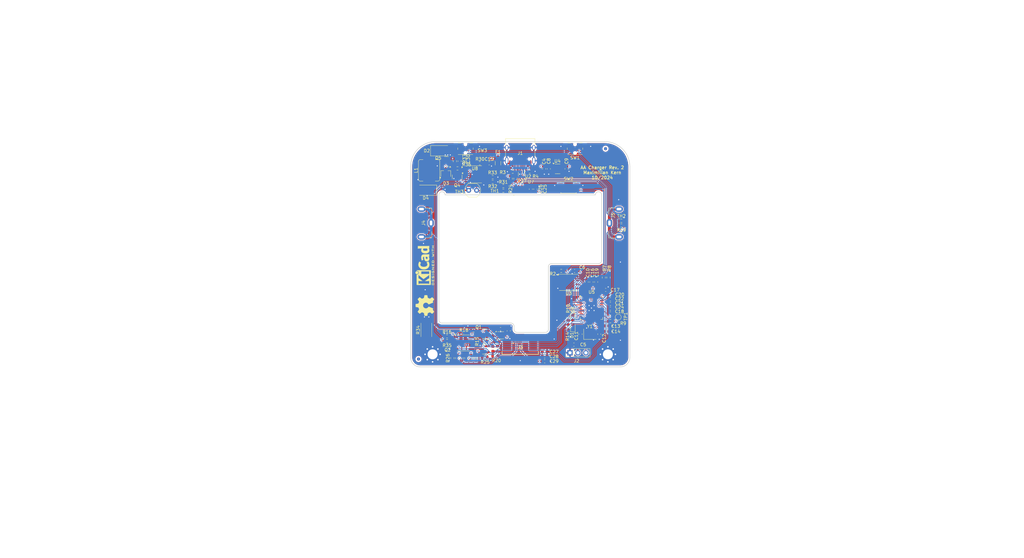
<source format=kicad_pcb>
(kicad_pcb (version 20240108) (generator "pcbnew") (generator_version "8.0")
  (title_block (title "SPINC AA Charger") (date "2024-09-29") (rev "2") (company "Maximilian Kern"))
  (layers (0 "F.Cu" signal) (1 "In1.Cu" signal) (2 "In2.Cu" signal) (31 "B.Cu" signal) (34 "B.Paste" user) (35 "F.Paste" user) (36 "B.SilkS" user "B.Silkscreen") (37 "F.SilkS" user "F.Silkscreen") (38 "B.Mask" user) (39 "F.Mask" user) (44 "Edge.Cuts" user))
  (net 0 "")
  (net 1 "+3.3V")
  (net 2 "Net-(J1-CC2)")
  (net 3 "Net-(J1-CC1)")
  (net 4 "-3V3")
  (net 5 "+1V1")
  (net 6 "GND")
  (net 7 "/VUSB_RAW")
  (net 8 "BAT_B")
  (net 9 "BAT_A")
  (net 10 "HBR_BH")
  (net 11 "HBR_AH")
  (net 12 "HBR_AL")
  (net 13 "HBR_BL")
  (net 14 "SCL")
  (net 15 "SDA")
  (net 16 "VCN_INT")
  (net 17 "CHG_STAT")
  (net 18 "ADC_BAT_A")
  (net 19 "ADC_BAT_B")
  (net 20 "LCD_MOSI")
  (net 21 "LCD_CS")
  (net 22 "LCD_SCK")
  (net 23 "Net-(Q1-D)")
  (net 24 "QSPI_CS")
  (net 25 "/RUN")
  (net 26 "QSPI_SCLK")
  (net 27 "QSPI_SD2")
  (net 28 "QSPI_SD3")
  (net 29 "QSPI_SD1")
  (net 30 "QSPI_SD0")
  (net 31 "PWM_SERVO")
  (net 32 "5V")
  (net 33 "Net-(D1-A)")
  (net 34 "Net-(D1-K)")
  (net 35 "SW_1")
  (net 36 "SW_2")
  (net 37 "/D_P")
  (net 38 "/D_N")
  (net 39 "USB_D_P")
  (net 40 "USB_D_N")
  (net 41 "/USB_D2_P")
  (net 42 "/USB_D2_N")
  (net 43 "/EXTMODE")
  (net 44 "/VCOM")
  (net 45 "Net-(U8-VDD)")
  (net 46 "ADC_TEMP_BAT")
  (net 47 "Net-(U1-C+)")
  (net 48 "Net-(U1-C-)")
  (net 49 "Net-(U1-CPOUT)")
  (net 50 "Net-(U5-XIN)")
  (net 51 "Net-(U5-XOUT)")
  (net 52 "Net-(D4-K)")
  (net 53 "Net-(Q2-P2G)")
  (net 54 "Net-(R2-Pad2)")
  (net 55 "Net-(U1-VFB)")
  (net 56 "Net-(U5-GPIO18)")
  (net 70 "Net-(U7-C-LED)")
  (net 71 "Net-(D2-K)")
  (net 72 "Net-(D3-A)")
  (net 74 "Net-(Q2-N1S{slash}N2S)")
  (net 75 "Net-(Q4-S)")
  (net 76 "Net-(Q4-G)")
  (net 77 "Net-(Q4-D)")
  (net 78 "Net-(U8-THM1)")
  (net 79 "Net-(U8-CTST)")
  (net 80 "Net-(U8-TMR)")
  (net 81 "Net-(U8-VN1)")
  (net 86 "Net-(D5-A)")
  (footprint "Capacitor_SMD:C_0603_1608Metric" (layer "F.Cu") (at 157.8 132.71)
    (property "Reference" "C28")
    (property "Value" "100nF")
  )
  (footprint "LED_SMD:LED_0603_1608Metric" (layer "F.Cu") (at 166.8 123.3 90)
    (property "Reference" "D1")
    (property "Value" "LED")
  )
  (footprint "Resistor_SMD:R_0603_1608Metric" (layer "F.Cu") (at 144.6 79.7)
    (property "Reference" "TH1")
    (property "Value" "Thermistor_NTC")
  )
  (footprint "Resistor_SMD:R_0603_1608Metric" (layer "F.Cu") (at 142.5 128 180)
    (property "Reference" "R5" (hide yes))
    (property "Value" "100k")
  )
  (footprint "Button_Switch_SMD:SW_SPST_EVQP2" (layer "F.Cu") (at 165.45 78.65)
    (property "Reference" "SW2")
    (property "Value" "SW_Push")
  )
  (footprint "Resistor_SMD:R_0603_1608Metric" (layer "F.Cu") (at 129.8 133.215 90)
    (property "Reference" "R21" (hide yes))
    (property "Value" "47k")
  )
  (footprint "Capacitor_SMD:C_0603_1608Metric" (layer "F.Cu") (at 178.8 117.4)
    (property "Reference" "C24")
    (property "Value" "100nF")
  )
  (footprint "omoteLib:BatteryHolder_Keystone_590" (layer "F.Cu") (at 121.5 90 90)
    (property "Reference" "J4")
    (property "Value" "Conn_01x01_Pin")
  )
  (footprint "omoteLib:68711014022" (layer "F.Cu") (at 150 129.75)
    (property "Reference" "J3")
    (property "Value" "Conn_01x10_Socket")
  )
  (footprint "Package_SON:WSON-8-1EP_6x5mm_P1.27mm_EP3.4x4.3mm" (layer "F.Cu") (at 165.5 109)
    (property "Reference" "U3")
    (property "Value" "W25Q64JVZPIQ")
  )
  (footprint "Resistor_SMD:R_0603_1608Metric" (layer "F.Cu") (at 141.2 75.35)
    (property "Reference" "R33")
    (property "Value" "100k")
  )
  (footprint "Button_Switch_SMD:Panasonic_EVQPUM_EVQPUD" (layer "F.Cu") (at 132.5 66.25)
    (property "Reference" "SW3")
    (property "Value" "SW_Push")
  )
  (footprint "Capacitor_SMD:C_0603_1608Metric" (layer "F.Cu") (at 169.25 125.55 90)
    (property "Reference" "C11")
    (property "Value" "15pF")
  )
  (footprint "Diode_SMD:D_SMA" (layer "F.Cu") (at 124.85 66.9)
    (property "Reference" "D2")
    (property "Value" "MBRA340")
  )
  (footprint "LED_SMD:LED_0603_1608Metric" (layer "F.Cu") (at 166.8 120.3 -90)
    (property "Reference" "D5")
    (property "Value" "LED")
  )
  (footprint "Symbol:OSHW-Symbol_6.7x6mm_SilkScreen" (layer "F.Cu") (at 119.55 116.4 90)
    (property "Reference" "REF**" (hide yes))
    (property "Value" "OSHW-Symbol_6.7x6mm_SilkScreen" (hide yes))
  )
  (footprint "Connector_PinHeader_2.54mm:PinHeader_1x03_P2.54mm_Vertical" (layer "F.Cu") (at 165.89 131.5 90)
    (property "Reference" "J2")
    (property "Value" "Conn_01x03_Pin")
  )
  (footprint "MountingHole:MountingHole_3.2mm_M3_Pad_Via" (layer "F.Cu") (at 122 132)
    (property "Reference" "H1" (hide yes))
    (property "Value" "MountingHole")
  )
  (footprint "omoteLib:L_Bourns_SRP7050TA_7.3x6.6mm" (layer "F.Cu") (at 120.9 73.175 90)
    (property "Reference" "L1")
    (property "Value" "SRP7050TA-470M")
  )
  (footprint "Package_SO:SO-8_3.9x4.9mm_P1.27mm" (layer "F.Cu") (at 131.830502 128.365)
    (property "Reference" "Q2")
    (property "Value" "DMHC3025LSD")
  )
  (footprint "Package_TO_SOT_SMD:SOT-23" (layer "F.Cu") (at 126.45 70.3625 180)
    (property "Reference" "Q5")
    (property "Value" "SI2305CDS")
  )
  (footprint "Resistor_SMD:R_0603_1608Metric" (layer "F.Cu") (at 131.3 133.215 -90)
    (property "Reference" "R22" (hide yes))
    (property "Value" "47k")
  )
  (footprint "Resistor_SMD:R_0603_1608Metric" (layer "F.Cu") (at 148.5 75.830803 -90)
    (property "Reference" "R27")
    (property "Value" "10k")
  )
  (footprint "Resistor_SMD:R_0603_1608Metric" (layer "F.Cu") (at 135.8 133.215 90)
    (property "Reference" "R23" (hide yes))
    (property "Value" "4k7")
  )
  (footprint "Capacitor_SMD:C_0603_1608Metric" (layer "F.Cu") (at 164.8 72.7 -90)
    (property "Reference" "C9")
    (property "Value" "1uF")
  )
  (footprint "Resistor_SMD:R_0603_1608Metric" (layer "F.Cu") (at 153 73.6 180)
    (property "Reference" "R4")
    (property "Value" "5.1k")
  )
  (footprint "omoteLib:BatteryHolder_Keystone_590" (layer "F.Cu") (at 178.5 90 -90)
    (property "Reference" "J5")
    (property "Value" "Conn_01x01_Pin")
  )
  (footprint "Resistor_SMD:R_0603_1608Metric" (layer "F.Cu") (at 137.075 70.925)
    (property "Reference" "R30")
    (property "Value" "100")
  )
  (footprint "Capacitor_SMD:C_0603_1608Metric" (layer "F.Cu") (at 141.3 125.3 90)
    (property "Reference" "C3" (hide yes))
    (property "Value" "4.7uF")
  )
  (footprint "Capacitor_SMD:C_0603_1608Metric" (layer "F.Cu") (at 178.8 114.4)
    (property "Reference" "C22")
    (property "Value" "100nF")
  )
  (footprint "Capacitor_SMD:C_0603_1608Metric" (layer "F.Cu") (at 178.8 118.9)
    (property "Reference" "C18")
    (property "Value" "100nF")
  )
  (footprint "Crystal:Crystal_SMD_Abracon_ABM8G-4Pin_3.2x2.5mm" (layer "F.Cu") (at 172.25 125.55)
    (property "Reference" "Y1")
    (property "Value" "ABM8-272-T3")
  )
  (footprint "Capacitor_SMD:C_0603_1608Metric" (layer "F.Cu") (at 157.8 134.21)
    (property "Reference" "C29")
    (property "Value" "1uF")
  )
  (footprint "Resistor_SMD:R_0603_1608Metric" (layer "F.Cu") (at 141.2 76.85)
    (property "Reference" "R32")
    (property "Value" "22k")
  )
  (footprint "Capacitor_SMD:C_0603_1608Metric" (layer "F.Cu") (at 153.4 79.2 90)
    (property "Reference" "C26")
    (property "Value" "100nF")
  )
  (footprint "Capacitor_SMD:C_0603_1608Metric" (layer "F.Cu") (at 175.25 125.55 90)
    (property "Reference" "C12")
    (property "Value" "15pF")
  )
  (footprint "Resistor_SMD:R_0603_1608Metric" (layer "F.Cu") (at 142.75 130.25 90)
    (property "Reference" "R6" (hide yes))
    (property "Value" "57.6k")
  )
  (footprint "Capacitor_SMD:C_0603_1608Metric" (layer "F.Cu") (at 177.6 124.7)
    (property "Reference" "C14")
    (property "Value" "100nF")
  )
  (footprint "Package_DFN_QFN:QFN-56-1EP_7x7mm_P0.4mm_EP3.2x3.2mm" (layer "F.Cu") (at 172.75 117.2)
    (property "Reference" "U5")
    (property "Value" "RP2040")
  )
  (footprint "Resistor_SMD:R_0603_1608Metric" (layer "F.Cu") (at 178.8 121.4 180)
    (property "Reference" "R9")
    (property "Value" "10k")
  )
  (footprint "Capacitor_SMD:C_0603_1608Metric" (layer "F.Cu") (at 157.6375 72.7 -90)
    (property "Reference" "C4")
    (property "Value" "1uF")
  )
  (footprint "TestPoint:TestPoint_Pad_D1.5mm" (layer "F.Cu") (at 181.3 120.1)
    (property "Reference" "TP1")
    (property "Value" "TestPoint")
  )
  (footprint "Capacitor_SMD:C_0603_1608Metric" (layer "F.Cu") (at 167.15 128.9 180)
    (property "Reference" "C5")
    (property "Value" "2.2uF")
  )
  (footprint "Resistor_SMD:R_0603_1608Metric" (layer "F.Cu") (at 147.6 73.6)
    (property "Reference" "R3")
    (property "Value" "5.1k")
  )
  (footprint "Capacitor_SMD:C_0603_1608Metric" (layer "F.Cu") (at 174.237466 108.875709 90)
    (property "Reference" "C19")
    (property "Value" "100nF")
  )
  (footprint "Capacitor_SMD:C_0603_1608Metric" (layer "F.Cu") (at 157.8 131.2)
    (property "Reference" "C27")
    (property "Value" "100nF")
  )
  (footprint "Resistor_SMD:R_0603_1608Metric" (layer "F.Cu") (at 138.510128 127.886433)
    (property "Reference" "R15")
    (property "Value" "10k")
  )
  (footprint "Capacitor_SMD:C_0603_1608Metric" (layer "F.Cu") (at 143.7 123.9)
    (property "Reference" "C1" (hide yes))
    (property "Value" "4.7uF")
  )
  (footprint "Resistor_SMD:R_2512_6332Metric" (layer "F.Cu") (at 120 124.2 90)
    (property "Reference" "R34")
    (property "Value" "0R124")
  )
  (footprint "Resistor_SMD:R_0603_1608Metric" (layer "F.Cu") (at 182.325 89.3)
    (property "Reference" "TH2")
    (property "Value" "Thermistor_NTC")
  )
  (footprint "Capacitor_SMD:C_0603_1608Metric" (layer "F.Cu") (at 167.35 105.3375 180)
    (property "Reference" "C6")
    (property "Value" "1uF")
  )
  (footprint "Diode_SMD:D_SMA" (layer "F.Cu") (at 119.8175 79.52 180)
    (property "Reference" "D4")
    (property "Value" "MBRA340")
  )
  (footprint "Package_SON:WSON-8-1EP_2x2mm_P0.5mm_EP0.9x1.6mm" (layer "F.Cu") (at 143.75 125.9)
    (property "Reference" "U1" (hide yes))
    (property "Value" "LM27761")
  )
  (footprint "Package_TO_SOT_SMD:SOT-666" (layer "F.Cu") (at 150.4 74.4 -90)
    (property "Reference" "U2")
    (property "Value" "USBLC6-2P6")
  )
  (footprint "Package_SO:TSSOP-16_4.4x5mm_P0.65mm" (layer "F.Cu") (at 135.4875 74.45)
    (property "Reference" "U8")
    (property "Value" "DS2712")
  )
  (footprint "Capacitor_SMD:C_0603_1608Metric" (layer "F.Cu") (at 177.6 122.9)
    (property "Reference" "C13")
    (property "Value" "100nF")
  )
  (footprint "Resistor_SMD:R_0603_1608Metric" (layer "F.Cu") (at 135.1 124.375)
    (property "Reference" "R18")
    (property "Value" "4k7")
  )
  (footprint "Package_TO_SOT_SMD:SOT-23" (layer "F.Cu") (at 138.568002 125.415 180)
    (property "Reference" "Q1")
    (property "Value" "DMG2301L")
  )
  (footprint "Resistor_SMD:R_0603_1608Metric" (layer "F.Cu") (at 144.6 78.2 180)
    (property "Reference" "R31")
    (property "Value" "10k")
  )
  (footprint "Resistor_SMD:R_0603_1608Metric" (layer "F.Cu") (at 165.3 123.3 -90)
    (property "Reference" "R14")
    (property "Value" "2k2")
  )
  (footprint "Symbol:KiCad-Logo2_5mm_SilkScreen" (layer "F.Cu") (at 119.5 103.55 90)
    (property "Reference" "REF**" (hide yes))
    (property "Value" "KiCad-Logo2_5mm_SilkScreen" (hide yes))
  )
  (footprint "Capacitor_SMD:C_0603_1608Metric" (layer "F.Cu") (at 154.862294 79.194693 90)
    (property "Reference" "C25")
    (property "Value" "2.2uF")
  )
  (footprint "Resistor_SMD:R_0603_1608Metric" (layer "F.Cu") (at 142 132.5)
    (property "Reference" "R20")
    (property "Value" "0")
  )
  (footprint "Fuse:Fuse_1206_3216Metric_Pad1.42x1.75mm_HandSolder" (layer "F.Cu") (at 142.9 70.9 90)
    (property "Reference" "F1")
    (property "Value" "1A")
  )
  (footprint "Capacitor_SMD:C_0603_1608Metric" (layer "F.Cu") (at 172.75 108.8875 90)
    (property "Reference" "C16")
    (property "Value" "100nF")
  )
  (footprint "Capacitor_SMD:C_0603_1608Metric" (layer "F.Cu") (at 171.25 108.8875 90)
    (property "Reference" "C10")
    (property "Value" "100nF")
  )
  (footprint "Button_Switch_SMD:Panasonic_EVQPUM_EVQPUD" (layer "F.Cu") (at 167.5 66.25)
    (property "Reference" "SW1")
    (property "Value" "SW_Push")
  )
  (footprint "Resistor_SMD:R_0603_1608Metric" (layer "F.Cu") (at 134.3 133.215 90)
    (property "Reference" "R28" (hide yes))
    (property "Value" "47k")
  )
  (footprint "Resistor_SMD:R_0603_1608Metric" (layer "F.Cu") (at 182.325 90.8)
    (property "Reference" "R19")
    (property "Value" "10k")
  )
  (footprint "Resistor_SMD:R_0603_1608Metric" (layer "F.Cu") (at 147 75.830803 -90)
    (property "Reference" "R24")
    (property "Value" "10k")
  )
  (footprint "Resistor_SMD:R_0603_1608Metric" (layer "F.Cu") (at 163.1 105.332629)
    (property "Reference" "R2")
    (property "Value" "1k")
  )
  (footprint "Package_TO_SOT_SMD:TSOT-23" (layer "F.Cu") (at 126.2075 74.25 90)
    (property "Reference" "D3")
    (property "Value" "MMBD4148")
  )
  (footprint "Resistor_SMD:R_0603_1608Metric" (layer "F.Cu") (at 132.8 133.215 -90)
    (property "Reference" "R29" (hide yes))
    (property "Value" "47k")
  )
  (footprint "Resistor_SMD:R_0603_1608Metric" (layer "F.Cu") (at 165.3 120.3 -90)
    (property "Reference" "R10")
    (property "Value" "2k2")
  )
  (footprint "Capacitor_SMD:C_0603_1608Metric" (layer "F.Cu") (at 141.25 130.25 -90)
    (property "Reference" "C7" (hide yes))
    (property "Value" "2.2uF")
  )
  (footprint "Package_TO_SOT_SMD:SOT-23" (layer "F.Cu") (at 129.848334 75.246666 -90)
    (property "Reference" "Q4")
    (property "Value" "DMG2301L")
  )
  (footprint "MountingHole:MountingHole_3.2mm_M3_Pad_Via" (layer "F.Cu") (at 178 132)
    (property "Reference" "H2" (hide yes))
    (property "Value" "MountingHole")
  )
  (footprint "Capacitor_SMD:C_0603_1608Metric" (layer "F.Cu") (at 146.3 124.5 -90)
    (property "Reference" "C2" (hide yes))
    (property "Value" "1uF")
  )
  (footprint "Resistor_SMD:R_0603_1608Metric" (layer "F.Cu") (at 129.15 70.25 -90)
    (property "Reference" "R37")
    (property "Value" "330")
  )
  (footprint "Capacitor_SMD:C_0603_1608Metric" (layer "F.Cu") (at 177.3 111.4)
    (property "Reference" "C17")
    (property "Value" "1uF")
  )
  (footprint "Capacitor_SMD:C_0603_1608Metric" (layer "F.Cu") (at 178.8 112.9)
    (property "Reference" "C20")
    (property "Value" "1uF")
  )
  (footprint "omoteLib:USB_C_Receptacle_HRO_TYPE-C-31-M-12" (layer "F.Cu") (at 150 66.94 180)
    (property "Reference" "J1")
    (property "Value" "USB_C_Receptacle_USB2.0")
  )
  (footprint "Capacitor_SMD:C_0603_1608Metric" (layer "F.Cu") (at 159.1375 72.7 -90)
    (property "Reference" "C8")
    (property "Value" "1uF")
  )
  (footprint "Package_TO_SOT_SMD:SOT-23-5" (layer "F.Cu") (at 161.9375 72.7)
    (property "Reference" "U4")
    (property "Value" "AP2112K-3.3")
  )
  (footprint "Package_TO_SOT_SMD:SOT-23" (layer "F.Cu") (at 138.568002 130.365 180)
    (property "Reference" "Q3" (hide yes))
    (property "Value" "DMG2301L")
  )
  (footprint "Fiducial:Fiducial_1mm_Mask2mm" (layer "F.Cu") (at 177.25 66.25)
    (property "Reference" "FID4" (hide yes))
    (property "Value" "Fiducial")
  )
  (footprint "omoteLib:VISHAY_VCNL4040_4X2X1.1" (layer "F.Cu") (at 150 79.2 90)
    (property "Reference" "U7")
    (property "Value" "VCNL4040M3OE")
  )
  (footprint "OptoDevice:R_LDR_4.9x4.2mm_P2.54mm_Vertical" (layer "F.Cu") (at 136.07 79.55 180)
    (property "Reference" "TH3")
    (property "Value" "Thermistor_NTC")
  )
  (footprint "Capacitor_SMD:C_0603_1608Metric" (layer "F.Cu") (at 130.65 70.25 -90)
    (property "Reference" "C30")
    (property "Value" "10uF")
  )
  (footprint "Resistor_SMD:R_0603_1608Metric" (layer "F.Cu") (at 178.2 107.45 90)
    (property "Reference" "R8")
    (property "Value" "27")
  )
  (footprint "Resistor_SMD:R_0603_1608Metric" (layer "F.Cu") (at 126.625 127.75)
    (property "Reference" "R35")
    (property "Value" "10")
  )
  (footprint "Resistor_SMD:R_0603_1608Metric" (layer "F.Cu") (at 138.655502 132.965)
    (property "Reference" "R25")
    (property "Value" "10k")
  )
  (footprint "Resistor_SMD:R_0603_1608Metric" (layer "F.Cu") (at 176.7 107.45 90)
    (property "Reference" "R7")
    (property "Value" "27")
  )
  (footprint "Resistor_SMD:R_0603_1608Metric" (layer "F.Cu") (at 126.625 126.25)
    (property "Reference" "R16")
    (property "Value" "10k")
  )
  (footprint "Resistor_SMD:R_0603_1608Metric" (layer "F.Cu") (at 128.3 133.215 90)
    (property "Reference" "R26")
    (property "Value" "10k")
  )
  (footprint "Resistor_SMD:R_0603_1608Metric" (layer "F.Cu") (at 129.948334 72.546666 180)
    (property "Reference" "R36")
    (property "Value" "10k")
  )
  (footprint "Fiducial:Fiducial_1mm_Mask2mm" (layer "F.Cu") (at 117.5 133.5)
    (property "Reference" "FID1" (hide yes))
    (property "Value" "Fiducial")
  )
  (footprint "Capacitor_SMD:C_0603_1608Metric" (layer "F.Cu") (at 140.075 70.925)
    (property "Reference" "C15")
    (property "Value" "1uF")
  )
  (footprint "Capacitor_SMD:C_0603_1608Metric" (layer "F.Cu") (at 178.8 115.8875)
    (property "Reference" "C21")
    (property "Value" "100nF")
  )
  (footprint "Fiducial:Fiducial_1mm_Mask2mm" (layer "B.Cu") (at 117.5 133.5 180)
    (property "Reference" "FID2" (hide yes))
    (property "Value" "Fiducial")
  )
  (footprint "Fiducial:Fiducial_1mm_Mask2mm" (layer "B.Cu") (at 177.25 66.25 180)
    (property "Reference" "FID3" (hide yes))
    (property "Value" "Fiducial")
  )
  (gr_line (start 115 72.000009) (end 115 108.000008) (stroke (width 0.2)) (layer "Edge.Cuts"))
  (gr_arc (start 115 72.000009) (mid 117.343146 66.343154) (end 123.000001 64.000008) (stroke (width 0.2)) (layer "Edge.Cuts"))
  (gr_line (start 115 122.000008) (end 115 133) (stroke (width 0.2)) (layer "Edge.Cuts"))
  (gr_arc (start 147 122) (mid 147.707107 122.292893) (end 148 123) (stroke (width 0.2)) (layer "Edge.Cuts"))
  (gr_line (start 124.0001 64.000008) (end 123.000001 64.000008) (stroke (width 0.2)) (layer "Edge.Cuts"))
  (gr_arc (start 177 64.000008) (mid 182.656855 66.343154) (end 185 72.000008) (stroke (width 0.2)) (layer "Edge.Cuts"))
  (gr_line (start 158 125) (end 149 125) (stroke (width 0.2)) (layer "Edge.Cuts"))
  (gr_arc (start 185 133.000008) (mid 184.121321 135.121329) (end 182 136.000008) (stroke (width 0.2)) (layer "Edge.Cuts"))
  (gr_arc (start 176 102) (mid 175.707107 102.707107) (end 175 103) (stroke (width 0.2)) (layer "Edge.Cuts"))
  (gr_line (start 177 64.000008) (end 124.0001 64.000008) (stroke (width 0.2)) (layer "Edge.Cuts"))
  (gr_arc (start 159 124) (mid 158.707107 124.707107) (end 158 125) (stroke (width 0.2)) (layer "Edge.Cuts"))
  (gr_arc (start 159 104) (mid 159.292893 103.292893) (end 160 103) (stroke (width 0.2)) (layer "Edge.Cuts"))
  (gr_arc (start 118.000006 136.000008) (mid 115.878679 135.121328) (end 115 133) (stroke (width 0.2)) (layer "Edge.Cuts"))
  (gr_line (start 175 103) (end 160 103) (stroke (width 0.2)) (layer "Edge.Cuts"))
  (gr_line (start 118.000006 136.000008) (end 182 136.000008) (stroke (width 0.2)) (layer "Edge.Cuts"))
  (gr_arc (start 149 125) (mid 148.292893 124.707107) (end 148 124) (stroke (width 0.2)) (layer "Edge.Cuts"))
  (gr_arc (start 124 81) (mid 125 80) (end 126 81) (stroke (width 0.2)) (layer "Edge.Cuts"))
  (gr_line (start 124 121) (end 124 81) (stroke (width 0.2)) (layer "Edge.Cuts"))
  (gr_line (start 147 122) (end 125 122) (stroke (width 0.2)) (layer "Edge.Cuts"))
  (gr_line (start 126 81) (end 174 81) (stroke (width 0.2)) (layer "Edge.Cuts"))
  (gr_line (start 176 81) (end 176 102) (stroke (width 0.2)) (layer "Edge.Cuts"))
  (gr_line (start 115 108.000008) (end 115 122.000008) (stroke (width 0.2)) (layer "Edge.Cuts"))
  (gr_arc (start 125 122) (mid 124.292893 121.707107) (end 124 121) (stroke (width 0.2)) (layer "Edge.Cuts"))
  (gr_line (start 159 104) (end 159 124) (stroke (width 0.2)) (layer "Edge.Cuts"))
  (gr_arc (start 174 81) (mid 175 80) (end 176 81) (stroke (width 0.2)) (layer "Edge.Cuts"))
  (gr_line (start 185 133.000008) (end 185 72.000008) (stroke (width 0.2)) (layer "Edge.Cuts"))
  (gr_line (start 148 123) (end 148 124) (stroke (width 0.2)) (layer "Edge.Cuts"))
  (gr_text "AA Charger Rev. 2\nMaximilian Kern\n10/2024" (at 176.2 73.9 0) (layer "F.SilkS") (effects (font (size 1 1) (thickness 0.2))))
  (segment (start 168.1625 105.3) (end 168.125 105.3375) (width 0.25) (layer "F.Cu") (net 1))
  (segment (start 176.1875 114.6) (end 177.825 114.6) (width 0.2) (layer "F.Cu") (net 1))
  (segment (start 176.8 124.7) (end 176.825 124.7) (width 0.2) (layer "F.Cu") (net 1))
  (segment (start 165.3 118.8) (end 165.3 119.475) (width 0.2) (layer "F.Cu") (net 1))
  (segment (start 168.125 107.02) (end 168.2 107.095) (width 0.25) (layer "F.Cu") (net 1))
  (segment (start 148.5 75.005803) (end 147 75.005803) (width 0.5) (layer "F.Cu") (net 1))
  (segment (start 174.237466 109.900034) (end 174.237466 109.650709) (width 0.2) (layer "F.Cu") (net 1))
  (segment (start 144.7 126.15) (end 145.4 126.15) (width 0.25) (layer "F.Cu") (net 1))
  (segment (start 180.5 121.4) (end 179.625 121.4) (width 0.25) (layer "F.Cu") (net 1))
  (segment (start 176.1875 118.2) (end 176.81364 118.2) (width 0.2) (layer "F.Cu") (net 1))
  (segment (start 141.956447 123.639494) (end 142.664494 123.639494) (width 0.25) (layer "F.Cu") (net 1))
  (segment (start 164.525 71.75) (end 163.075 71.75) (width 0.5) (layer "F.Cu") (net 1))
  (segment (start 177.41364 118.8) (end 178.025 118.8) (width 0.2) (layer "F.Cu") (net 1))
  (segment (start 172.95 111.607407) (end 173.25 111.307407) (width 0.2) (layer "F.Cu") (net 1))
  (segment (start 168.2 106.945) (end 168.125 107.02) (width 0.5) (layer "F.Cu") (net 1))
  (segment (start 173.35 113.7625) (end 172.95 113.7625) (width 0.2) (layer "F.Cu") (net 1))
  (segment (start 169.2 114) (end 169.2 114.4875) (width 0.2) (layer "F.Cu") (net 1))
  (segment (start 176.81364 118.2) (end 177.41364 118.8) (width 0.2) (layer "F.Cu") (net 1))
  (segment (start 142.8 125.15) (end 142.8 124.025) (width 0.25) (layer "F.Cu") (net 1))
  (segment (start 175.875 113.7625) (end 176.25 113.3875) (width 0.2) (layer "F.Cu") (net 1))
  (segment (start 173.75 123.4) (end 172.95 122.6) (width 0.2) (layer "F.Cu") (net 1))
  (segment (start 164.725 71.9) (end 164.7 71.925) (width 0.5) (layer "F.Cu") (net 1))
  (segment (start 146.2 75.005803) (end 147 75.005803) (width 0.5) (layer "F.Cu") (net 1))
  (segment (start 183.1 91.8) (end 183.1 90.85) (width 0.3) (layer "F.Cu") (net 1))
  (segment (start 168.7 105.3) (end 168.1625 105.3) (width 0.5) (layer "F.Cu") (net 1))
  (segment (start 178.4 119.85) (end 178.025 119.475) (width 0.25) (layer "F.Cu") (net 1))
  (segment (start 174.25 123.4) (end 173.75 123.4) (width 0.2) (layer "F.Cu") (net 1))
  (segment (start 134.3 131.605132) (end 134.308902 131.59623) (width 0.3) (layer "F.Cu") (net 1))
  (segment (start 183.1 90.85) (end 183.15 90.8) (width 0.3) (layer "F.Cu") (net 1))
  (segment (start 172.95 122.6) (end 172.95 120.6375) (width 0.2) (layer "F.Cu") (net 1))
  (segment (start 172.95 111.607407) (end 172.95 113.7625) (width 0.2) (layer "F.Cu") (net 1))
  (segment (start 138.227795 124.562438) (end 139.408064 124.562438) (width 0.25) (layer "F.Cu") (net 1))
  (segment (start 173.25 110.8875) (end 174.237466 109.900034) (width 0.2) (layer "F.Cu") (net 1))
  (segment (start 154.862294 79.969693) (end 155.969693 79.969693) (width 0.25) (layer "F.Cu") (net 1))
  (segment (start 134.3 132.39) (end 134.3 131.605132) (width 0.3) (layer "F.Cu") (net 1))
  (segment (start 174.95 113.7625) (end 175.35 113.7625) (width 0.2) (layer "F.Cu") (net 1))
  (segment (start 169.3125 118.2) (end 168.58748 118.2) (width 0.2) (layer "F.Cu") (net 1))
  (segment (start 138.325269 129.415) (end 138.319611 129.409342) (width 0.25) (layer "F.Cu") (net 1))
  (segment (start 169.079705 105.679705) (end 168.7 105.3) (width 0.5) (layer "F.Cu") (net 1))
  (segment (start 169.2 114.4875) (end 169.3125 114.6) (width 0.2) (layer "F.Cu") (net 1))
  (segment (start 155.969693 79.969693) (end 156 80) (width 0.25) (layer "F.Cu") (net 1))
  (segment (start 140.100948 124.465) (end 139.505502 124.465) (width 0.25) (layer "F.Cu") (net 1))
  (segment (start 168.469239 118.081759) (end 166.018241 118.081759) (width 0.2) (layer "F.Cu") (net 1))
  (segment (start 139.505502 129.415) (end 138.325269 129.415) (width 0.25) (layer "F.Cu") (net 1))
  (segment (start 172.75 110.3875) (end 172.75 109.6625) (width 0.2) (layer "F.Cu") (net 1))
  (segment (start 177.825 114.6) (end 178.025 114.4) (width 0.2) (layer "F.Cu") (net 1))
  (segment (start 164.7 71.925) (end 164.525 71.75) (width 0.5) (layer "F.Cu") (net 1))
  (segment (start 178.025 113) (end 176.6375 113) (width 0.25) (layer "F.Cu") (net 1))
  (segment (start 129.8 132.3) (end 130.5 131.6) (width 0.3) (layer "F.Cu") (net 1))
  (segment (start 140.926454 123.639494) (end 140.100948 124.465) (width 0.25) (layer "F.Cu") (net 1))
  (segment (start 139.408064 124.562438) (end 139.505502 124.465) (width 0.25) (layer "F.Cu") (net 1))
  (segment (start 175.35 113.7625) (end 175.875 113.7625) (width 0.2) (layer "F.Cu") (net 1))
  (segment (start 175.5 123.4) (end 176.8 124.7) (width 0.2) (layer "F.Cu") (net 1))
  (segment (start 176.6375 113) (end 176.25 113.3875) (width 0.25) (layer "F.Cu") (net 1))
  (segment (start 178.025 113) (end 178.025 118.8) (width 0.5) (layer "F.Cu") (net 1))
  (segment (start 173.25 110.8875) (end 172.75 110.3875) (width 0.2) (layer "F.Cu") (net 1))
  (segment (start 176.25 113.3875) (end 176.25 114.5375) (width 0.2) (layer "F.Cu") (net 1))
  (segment (start 153.325 79.9) (end 153.4 79.975) (width 0.25) (layer "F.Cu") (net 1))
  (segment (start 168.58748 118.2) (end 168.469239 118.081759) (width 0.2) (layer "F.Cu") (net 1))
  (segment (start 142.664494 123.639494) (end 142.925 123.9) (width 0.25) (layer "F.Cu") (net 1))
  (segment (start 151.6125 79.9) (end 153.325 79.9) (width 0.25) (layer "F.Cu") (net 1))
  (segment (start 176.25 114.5375) (end 176.1875 114.6) (width 0.2) (layer "F.Cu") (net 1))
  (segment (start 166.018241 118.081759) (end 165.3 118.8) (width 0.2) (layer "F.Cu") (net 1))
  (segment (start 154.862294 79.969693) (end 153.405307 79.969693) (width 0.25) (layer "F.Cu") (net 1))
  (segment (start 165.6 71.9) (end 164.725 71.9) (width 0.5) (layer "F.Cu") (net 1))
  (segment (start 170.077499 118.2) (end 169.3125 118.2) (width 0.2) (layer "F.Cu") (net 1))
  (segment (start 174.25 123.4) (end 175.5 123.4) (width 0.2) (layer "F.Cu") (net 1))
  (segment (start 178.025 119.475) (end 178.025 118.9) (width 0.25) (layer "F.Cu") (net 1))
  (segment (start 170.6 118.722501) (end 170.077499 118.2) (width 0.2) (layer "F.Cu") (net 1))
  (segment (start 145.4 126.15) (end 145.75 126.5) (width 0.25) (layer "F.Cu") (net 1))
  (segment (start 150.5375 79.9) (end 151.6125 79.9) (width 0.25) (layer "F.Cu") (net 1))
  (segment (start 168.125 105.3375) (end 168.2 105.4125) (width 0.5) (layer "F.Cu") (net 1))
  (segment (start 173.25 111.307407) (end 173.25 110.8875) (width 0.2) (layer "F.Cu") (net 1))
  (segment (start 168.2 105.4125) (end 168.2 106.945) (width 0.5) (layer "F.Cu") (net 1))
  (segment (start 129.8 132.39) (end 129.8 132.3) (width 0.3) (layer "F.Cu") (net 1))
  (segment (start 142.8 124.025) (end 142.925 123.9) (width 0.25) (layer "F.Cu") (net 1))
  (segment (start 169.079705 105.7) (end 169.079705 105.679705) (width 0.25) (layer "F.Cu") (net 1))
  (segment (start 141.956447 123.639494) (end 140.926454 123.639494) (width 0.25) (layer "F.Cu") (net 1))
  (segment (start 153.405307 79.969693) (end 153.4 79.975) (width 0.25) (layer "F.Cu") (net 1))
  (via (at 174.25 123.4) (size 0.7) (drill 0.35) (layers "F.Cu" "B.Cu") (net 1))
  (via (at 146.2 75.005803) (size 0.7) (drill 0.35) (layers "F.Cu" "B.Cu") (net 1))
  (via (at 170.6 118.722501) (size 0.7) (drill 0.35) (layers "F.Cu" "B.Cu") (net 1))
  (via (at 169.079705 105.7) (size 0.7) (drill 0.35) (layers "F.Cu" "B.Cu") (net 1))
  (via (at 165.6 71.9) (size 0.7) (drill 0.35) (layers "F.Cu" "B.Cu") (net 1))
  (via (at 169.2 114) (size 0.7) (drill 0.35) (layers "F.Cu" "B.Cu") (net 1))
  (via (at 176.25 113.3875) (size 0.7) (drill 0.35) (layers "F.Cu" "B.Cu") (net 1))
  (via (at 183.1 91.8) (size 0.7) (drill 0.35) (layers "F.Cu" "B.Cu") (net 1))
  (via (at 178.4 119.85) (size 0.7) (drill 0.35) (layers "F.Cu" "B.Cu") (net 1))
  (via (at 138.319611 129.409342) (size 0.7) (drill 0.35) (layers "F.Cu" "B.Cu") (net 1))
  (via (at 130.5 131.6) (size 0.7) (drill 0.35) (layers "F.Cu" "B.Cu") (net 1))
  (via (at 145.75 126.5) (size 0.7) (drill 0.35) (layers "F.Cu" "B.Cu") (net 1))
  (via (at 173.25 110.8875) (size 0.7) (drill 0.35) (layers "F.Cu" "B.Cu") (net 1))
  (via (at 134.308902 131.59623) (size 0.7) (drill 0.35) (layers "F.Cu" "B.Cu") (net 1))
  (via (at 138.227795 124.562438) (size 0.7) (drill 0.35) (layers "F.Cu" "B.Cu") (net 1))
  (via (at 180.5 121.4) (size 0.7) (drill 0.35) (layers "F.Cu" "B.Cu") (net 1))
  (via (at 156 80) (size 0.7) (drill 0.35) (layers "F.Cu" "B.Cu") (net 1))
  (segment (start 148.25 73.425) (end 148.425 73.6) (width 0.3) (layer "F.Cu") (net 2))
  (segment (start 148.25 70.985) (end 148.25 73.425) (width 0.3) (layer "F.Cu") (net 2))
  (segment (start 151.25 72.45) (end 152.175 73.375) (width 0.3) (layer "F.Cu") (net 3))
  (segment (start 151.25 70.985) (end 151.25 72.45) (width 0.3) (layer "F.Cu") (net 3))
  (segment (start 152.175 73.375) (end 152.175 73.6) (width 0.3) (layer "F.Cu") (net 3))
  (segment (start 136.46 134.04) (end 135.8 134.04) (width 0.3) (layer "F.Cu") (net 4))
  (segment (start 134.580502 125.565) (end 134.580502 124.680502) (width 0.25) (layer "F.Cu") (net 4))
  (segment (start 141.25 129.475) (end 141.25 129.45) (width 0.25) (layer "F.Cu") (net 4))
  (segment (start 136.8 131.304662) (end 136.8 133.7) (width 0.3) (layer "F.Cu") (net 4))
  (segment (start 141.675 128) (end 141.418475 128.256525) (width 0.25) (layer "F.Cu") (net 4))
  (segment (start 142.8 126.65) (end 142.8 126.875) (width 0.25) (layer "F.Cu") (net 4))
  (segment (start 136.8 133.7) (end 136.46 134.04) (width 0.3) (layer "F.Cu") (net 4))
  (segment (start 140.330064 128.530064) (end 140.330064 128.256525) (width 0.25) (layer "F.Cu") (net 4))
  (segment (start 141.25 129.45) (end 140.330064 128.530064) (width 0.25) (layer "F.Cu") (net 4))
  (segment (start 141.418475 128.256525) (end 140.330064 128.256525) (width 0.25) (layer "F.Cu") (net 4))
  (segment (start 134.580502 124.680502) (end 134.275 124.375) (width 0.25) (layer "F.Cu") (net 4))
  (segment (start 142.8 126.875) (end 141.675 128) (width 0.25) (layer "F.Cu") (net 4))
  (segment (start 136.506193 131.010855) (end 136.8 131.304662) (width 0.3) (layer "F.Cu") (net 4))
  (via (at 136.506193 131.010855) (size 0.7) (drill 0.35) (layers "F.Cu" "B.Cu") (net 4))
  (via (at 140.330064 128.256525) (size 0.7) (drill 0.35) (layers "F.Cu" "B.Cu") (net 4))
  (via (at 134.580502 125.565) (size 0.7) (drill 0.35) (layers "F.Cu" "B.Cu") (net 4))
  (segment (start 174.769239 123) (end 176.725 123) (width 0.2) (layer "F.Cu") (net 5))
  (segment (start 174.55 114.29636) (end 174.198196 114.648164) (width 0.2) (layer "F.Cu") (net 5))
  (segment (start 174.55 112.99794) (end 174.68 112.86794) (width 0.2) (layer "F.Cu") (net 5))
  (segment (start 172.55 114.632583) (end 172.55 110.9625) (width 0.2) (layer "F.Cu") (net 5))
  (segment (start 174.68 112.62) (end 175.9 111.4) (width 0.2) (layer "F.Cu") (net 5))
  (segment (start 174.55 113.7625) (end 174.55 112.99794) (width 0.2) (layer "F.Cu") (net 5))
  (segment (start 172.565581 114.648164) (end 172.55 114.632583) (width 0.2) (layer "F.Cu") (net 5))
  (segment (start 176.725 123) (end 176.825 122.9) (width 0.2) (layer "F.Cu") (net 5))
  (segment (start 175.9 111.4) (end 176.525 111.4) (width 0.2) (layer "F.Cu") (net 5))
  (segment (start 172.565581 114.648164) (end 172.565581 114.311941) (width 0.2) (layer "F.Cu") (net 5))
  (segment (start 174.198196 114.648164) (end 172.565581 114.648164) (width 0.2) (layer "F.Cu") (net 5))
  (segment (start 172.55 114.632583) (end 172.55 114.29636) (width 0.2) (layer "F.Cu") (net 5))
  (segment (start 172.55 114.29636) (end 172.55 113.7625) (width 0.2) (layer "F.Cu") (net 5))
  (segment (start 173.35 122) (end 173.35 120.6375) (width 0.2) (layer "F.Cu") (net 5))
  (segment (start 174.169239 122.4) (end 174.769239 123) (width 0.2) (layer "F.Cu") (net 5))
  (segment (start 172.55 110.9625) (end 171.25 109.6625) (width 0.2) (layer "F.Cu") (net 5))
  (segment (start 172.565581 114.311941) (end 172.55 114.29636) (width 0.2) (layer "F.Cu") (net 5))
  (segment (start 174.68 112.86794) (end 174.68 112.62) (width 0.2) (layer "F.Cu") (net 5))
  (segment (start 173.75 122.4) (end 173.35 122) (width 0.2) (layer "F.Cu") (net 5))
  (segment (start 174.55 113.7625) (end 174.55 114.29636) (width 0.2) (layer "F.Cu") (net 5))
  (segment (start 173.75 122.4) (end 174.169239 122.4) (width 0.2) (layer "F.Cu") (net 5))
  (via (at 173.75 122.4) (size 0.7) (drill 0.35) (layers "F.Cu" "B.Cu") (net 5))
  (via (at 172.565581 114.648164) (size 0.7) (drill 0.35) (layers "F.Cu" "B.Cu") (net 5))
  (segment (start 159.9125 72.7) (end 159.1375 73.475) (width 0.5) (layer "F.Cu") (net 6))
  (segment (start 166.375 129) (end 166.375 129.825) (width 0.5) (layer "F.Cu") (net 6))
  (segment (start 165.86 130.34) (end 165.86 131.6) (width 0.5) (layer "F.Cu") (net 6))
  (segment (start 173.425 126.325) (end 173.35 126.4) (width 0.25) (layer "F.Cu") (net 6))
  (segment (start 151.75 69.91) (end 151.75 70.985) (width 0.3) (layer "F.Cu") (net 6))
  (segment (start 142.8 125.65) (end 143.5 125.65) (width 0.25) (layer "F.Cu") (net 6))
  (segment (start 148.75 70.985) (end 148.75 69.91) (width 0.3) (layer "F.Cu") (net 6))
  (segment (start 175.25 126.325) (end 173.425 126.325) (width 0.25) (layer "F.Cu") (net 6))
  (segment (start 142.8 125.65) (end 142.425 125.65) (width 0.25) (layer "F.Cu") (net 6))
  (segment (start 166.375 129.825) (end 165.86 130.34) (width 0.5) (layer "F.Cu") (net 6))
  (segment (start 148.75 69.91) (end 149.46 69.2) (width 0.3) (layer "F.Cu") (net 6))
  (segment (start 171.25 108.1125) (end 174.225675 108.1125) (width 0.2) (layer "F.Cu") (net 6))
  (segment (start 127.825 134.065) (end 127.85 134.04) (width 0.3) (layer "F.Cu") (net 6))
  (segment (start 171.75 119.67682) (end 172 119.42682) (width 0.2) (layer "F.Cu") (net 6))
  (segment (start 150.4 74.045405) (end 150.045405 74.4) (width 0.25) (layer "F.Cu") (net 6))
  (segment (start 149.46 69.2) (end 151.04 69.2) (width 0.3) (layer "F.Cu") (net 6))
  (segment (start 127.3 134.065) (end 127.825 134.065) (width 0.3) (layer "F.Cu") (net 6))
  (segment (start 162.8 110.905) (end 162.005 110.905) (width 0.3) (layer "F.Cu") (net 6))
  (segment (start 143.5 125.65) (end 143.75 125.9) (width 0.25) (layer "F.Cu") (net 6))
  (segment (start 171.075 124.775) (end 171.15 124.7) (width 0.2) (layer "F.Cu") (net 6))
  (segment (start 171.75 120.6375) (end 171.75 119.67682) (width 0.2) (layer "F.Cu") (net 6))
  (segment (start 150.045405 74.4) (end 149.8 74.4) (width 0.25) (layer "F.Cu") (net 6))
  (segment (start 174.225675 108.1125) (end 174.237466 108.100709) (width 0.2) (layer "F.Cu") (net 6))
  (segment (start 172 119.42682) (end 172 118) (width 0.2) (layer "F.Cu") (net 6))
  (segment (start 169.25 124.775) (end 171.075 124.775) (width 0.2) (layer "F.Cu") (net 6))
  (segment (start 150.4 73.475) (end 150.4 74.045405) (width 0.25) (layer "F.Cu") (net 6))
  (segment (start 162.005 110.905) (end 162 110.9) (width 0.3) (layer "F.Cu") (net 6))
  (segment (start 133.53 79.55) (end 131.55 79.55) (width 0.5) (layer "F.Cu") (net 6))
  (segment (start 143.75 124.75) (end 143.75 125.9) (width 0.25) (layer "F.Cu") (net 6))
  (segment (start 142.425 125.65) (end 141.3 124.525) (width 0.25) (layer "F.Cu") (net 6))
  (segment (start 151.04 69.2) (end 151.75 69.91) (width 0.3) (layer "F.Cu") (net 6))
  (segment (start 160.8 72.7) (end 159.9125 72.7) (width 0.5) (layer "F.Cu") (net 6))
  (via (at 159.1 74.4) (size 0.7) (drill 0.35) (layers "F.Cu" "B.Cu") (net 6))
  (via (at 161.7 106.5) (size 0.7) (drill 0.35) (layers "F.Cu" "B.Cu") (net 6))
  (via (at 178.1 110.45) (size 0.7) (drill 0.35) (layers "F.Cu" "B.Cu") (net 6))
  (via (at 127.3 134.065) (size 0.7) (drill 0.35) (layers "F.Cu" "B.Cu") (net 6))
  (via (at 128.8 75.8) (size 0.7) (drill 0.35) (layers "F.Cu" "B.Cu") (net 6))
  (via (at 140.825 71.8) (size 0.7) (drill 0.35) (layers "F.Cu" "B.Cu") (net 6))
  (via (at 173.6 116.4) (size 0.7) (drill 0.35) (layers "F.Cu" "B.Cu") (net 6))
  (via (at 134.663252 74.483098) (size 0.7) (drill 0.35) (layers "F.Cu" "B.Cu") (net 6))
  (via (at 117.31 76.15) (size 0.7) (drill 0.35) (layers "F.Cu" "B.Cu") (net 6))
  (via (at 172.7 107.2) (size 0.7) (drill 0.35) (layers "F.Cu" "B.Cu") (net 6))
  (via (at 145.9 73.6) (size 0.7) (drill 0.35) (layers "F.Cu" "B.Cu") (net 6))
  (via (at 175.25 127.2) (size 0.7) (drill 0.35) (layers "F.Cu" "B.Cu") (net 6))
  (via (at 137.2 129.165) (size 0.7) (drill 0.35) (layers "F.Cu" "B.Cu") (net 6))
  (via (at 182.5 115.5) (size 0.7) (drill 0.35) (layers "F.Cu" "B.Cu") (net 6))
  (via (at 126.05 68.25) (size 0.7) (drill 0.35) (layers "F.Cu" "B.Cu") (net 6))
  (via (at 163 65.5) (size 0.7) (drill 0.35) (layers "F.Cu" "B.Cu") (net 6))
  (via (at 134.1 77.05) (size 0.7) (drill 0.35) (layers "F.Cu" "B.Cu") (net 6))
  (via (at 131.6 71) (size 0.7) (drill 0.35) (layers "F.Cu" "B.Cu") (net 6))
  (via (at 173.4 127.4) (size 0.7) (drill 0.35) (layers "F.Cu" "B.Cu") (net 6))
  (via (at 142.85 76.85) (size 0.7) (drill 0.35) (layers "F.Cu" "B.Cu") (net 6))
  (via (at 159.7 134.2) (size 0.7) (drill 0.35) (layers "F.Cu" "B.Cu") (net 6))
  (via (at 166.11 126.34) (size 0.7) (drill 0.35) (layers "F.Cu" "B.Cu") (net 6))
  (via (at 174.2 107.2) (size 0.7) (drill 0.35) (layers "F.Cu" "B.Cu") (net 6))
  (via (at 156 78.4) (size 0.7) (drill 0.35) (layers "F.Cu" "B.Cu") (net 6))
  (via (at 172.75 117.2) (size 0.7) (drill 0.35) (layers "F.Cu" "B.Cu") (net 6))
  (via (at 171.2 123.6) (size 0.7) (drill 0.35) (layers "F.Cu" "B.Cu") (net 6))
  (via (at 147 79.95) (size 0.7) (drill 0.35) (layers "F.Cu" "B.Cu") (net 6))
  (via (at 172 118) (size 0.7) (drill 0.35) (layers "F.Cu" "B.Cu") (net 6))
  (via (at 137.8 134) (size 0.7) (drill 0.35) (layers "F.Cu" "B.Cu") (net 6))
  (via (at 172.5 65.5) (size 0.7) (drill 0.35) (layers "F.Cu" "B.Cu") (net 6))
  (via (at 133.275 122.925) (size 0.7) (drill 0.35) (layers "F.Cu" "B.Cu") (net 6))
  (via (at 161.7 121.1) (size 0.7) (drill 0.35) (layers "F.Cu" "B.Cu") (net 6))
  (via (at 182 127.5) (size 0.7) (drill 0.35) (layers "F.Cu" "B.Cu") (net 6))
  (via (at 173.6 118) (size 0.7) (drill 0.35) (layers "F.Cu" "B.Cu") (net 6))
  (via (at 123.5 71.75) (size 0.7) (drill 0.35) (layers "F.Cu" "B.Cu") (net 6))
  (via (at 154.75 73.5) (size 0.7) (drill 0.35) (layers "F.Cu" "B.Cu") (net 6))
  (via (at 162 110.9) (size 0.7) (drill 0.35) (layers "F.Cu" "B.Cu") (net 6))
  (via (at 137 65.5) (size 0.7) (drill 0.35) (layers "F.Cu" "B.Cu") (net 6))
  (via (at 170 78) (size 0.7) (drill 0.35) (layers "F.Cu" "B.Cu") (net 6))
  (via (at 160.85 127.1) (size 0.7) (drill 0.35) (layers "F.Cu" "B.Cu") (net 6))
  (via (at 149.8 74.4) (size 0.7) (drill 0.35) (layers "F.Cu" "B.Cu") (net 6))
  (via (at 127.65 68.25) (size 0.7) (drill 0.35) (layers "F.Cu" "B.Cu") (net 6))
  (via (at 143.75 124.75) (size 0.7) (drill 0.35) (layers "F.Cu" "B.Cu") (net 6))
  (via (at 183.15 88.3) (size 0.7) (drill 0.35) (layers "F.Cu" "B.Cu") (net 6))
  (via (at 119.1 96.55) (size 0.7) (drill 0.35) (layers "F.Cu" "B.Cu") (net 6))
  (via (at 161 78) (size 0.7) (drill 0.35) (layers "F.Cu" "B.Cu") (net 6))
  (via (at 147.081969 122.930619) (size 0.7) (drill 0.35) (layers "F.Cu" "B.Cu") (net 6))
  (via (at 166.394171 114.194015) (size 0.7) (drill 0.35) (layers "F.Cu" "B.Cu") (net 6))
  (via (at 157.7 74.4) (size 0.7) (drill 0.35) (layers "F.Cu" "B.Cu") (net 6))
  (via (at 179.45 122.9) (size 0.7) (drill 0.35) (layers "F.Cu" "B.Cu") (net 6))
  (via (at 182 102.5) (size 0.7) (drill 0.35) (layers "F.Cu" "B.Cu") (net 6))
  (via (at 179.4 124.7) (size 0.7) (drill 0.35) (layers "F.Cu" "B.Cu") (net 6))
  (via (at 119.4 120.05) (size 0.7) (drill 0.35) (layers "F.Cu" "B.Cu") (net 6))
  (via (at 120.25 81.25) (size 0.7) (drill 0.35) (layers "F.Cu" "B.Cu") (net 6))
  (via (at 127.3 130.3) (size 0.7) (drill 0.35) (layers "F.Cu" "B.Cu") (net 6))
  (via (at 165.6 73.5) (size 0.7) (drill 0.35) (layers "F.Cu" "B.Cu") (net 6))
  (via (at 125.75 125.35) (size 0.7) (drill 0.35) (layers "F.Cu" "B.Cu") (net 6))
  (via (at 120.8 120.05) (size 0.7) (drill 0.35) (layers "F.Cu" "B.Cu") (net 6))
  (via (at 126 79.25) (size 0.7) (drill 0.35) (layers "F.Cu" "B.Cu") (net 6))
  (via (at 172 116.4) (size 0.7) (drill 0.35) (layers "F.Cu" "B.Cu") (net 6))
  (via (at 119.65 111.35) (size 0.7) (drill 0.35) (layers "F.Cu" "B.Cu") (net 6))
  (via (at 181.45 82.55) (size 0.7) (drill 0.35) (layers "F.Cu" "B.Cu") (net 6))
  (via (at 166.6 106.2) (size 0.7) (drill 0.35) (layers "F.Cu" "B.Cu") (net 6))
  (via (at 150 134) (size 0.7) (drill 0.35) (layers "F.Cu" "B.Cu") (net 6))
  (via (at 146.7 127) (size 0.7) (drill 0.35) (layers "F.Cu" "B.Cu") (net 6))
  (via (at 142.85 75.35) (size 0.7) (drill 0.35) (layers "F.Cu" "B.Cu") (net 6))
  (via (at 138.35 77.85) (size 0.7) (drill 0.35) (layers "F.Cu" "B.Cu") (net 6))
  (via (at 126.85 68.25) (size 0.7) (drill 0.35) (layers "F.Cu" "B.Cu") (net 6))
  (via (at 178.653295 105.458792) (size 0.7) (drill 0.35) (layers "F.Cu" "B.Cu") (net 6))
  (via (at 140.626486 133.918921) (size 0.7) (drill 0.35) (layers "F.Cu" "B.Cu") (net 6))
  (segment (start 150.4 75.325) (end 150.4 74.9427) (width 0.25) (layer "F.Cu") (net 7))
  (segment (start 147.55 72.4) (end 142.9125 72.4) (width 0.6) (layer "F.Cu") (net 7))
  (segment (start 147.55 70.985) (end 147.55 72.4) (width 0.6) (layer "F.Cu") (net 7))
  (segment (start 150.4 74.9427) (end 150.9427 74.4) (width 0.25) (layer "F.Cu") (net 7))
  (segment (start 150.9427 74.4) (end 151 74.4) (width 0.25) (layer "F.Cu") (net 7))
  (segment (start 142.9125 72.4) (end 142.9 72.3875) (width 0.6) (layer "F.Cu") (net 7))
  (segment (start 152.45 70.985) (end 152.45 72.4) (width 0.6) (layer "F.Cu") (net 7))
  (via (at 147.55 72.4) (size 0.7) (drill 0.35) (layers "F.Cu" "B.Cu") (net 7))
  (via (at 151 74.4) (size 0.7) (drill 0.35) (layers "F.Cu" "B.Cu") (net 7))
  (via (at 152.45 72.4) (size 0.7) (drill 0.35) (layers "F.Cu" "B.Cu") (net 7))
  (segment (start 151 74.4) (end 151 72.4) (width 0.5) (layer "B.Cu") (net 7))
  (segment (start 151 72.4) (end 152.45 72.4) (width 1) (layer "B.Cu") (net 7))
  (segment (start 147.55 72.4) (end 151 72.4) (width 1) (layer "B.Cu") (net 7))
  (segment (start 181.55 94.445) (end 179.622155 94.445) (width 1) (layer "F.Cu") (net 8))
  (segment (start 133.426926 129) (end 134.405502 129) (width 0.6) (layer "F.Cu") (net 8))
  (segment (start 132.8 132.39) (end 132.8 129.1) (width 0.3) (layer "F.Cu") (net 8))
  (segment (start 178.5 90) (end 178.596666 89.903334) (width 1) (layer "F.Cu") (net 8))
  (segment (start 179.622155 94.445) (end 178.5 93.322845) (width 1) (layer "F.Cu") (net 8))
  (segment (start 178.5 89.806668) (end 178.5 86.7) (width 1) (layer "F.Cu") (net 8))
  (segment (start 179.645 85.555) (end 181.55 85.555) (width 1) (layer "F.Cu") (net 8))
  (segment (start 178.596666 89.903334) (end 178.5 89.806668) (width 1) (layer "F.Cu") (net 8))
  (segment (start 134.405502 129) (end 132.7 129) (width 1) (layer "F.Cu") (net 8))
  (segment (start 178.5 86.7) (end 179.645 85.555) (width 1) (layer "F.Cu") (net 8))
  (segment (start 132.8 129.1) (end 132.7 129) (width 0.3) (layer "F.Cu") (net 8))
  (segment (start 178.5 93.322845) (end 178.5 90) (width 1) (layer "F.Cu") (net 8))
  (segment (start 133.42226 128.995334) (end 133.426926 129) (width 0.6) (layer "F.Cu") (net 8))
  (via (at 132.7 129) (size 0.7) (drill 0.35) (layers "F.Cu" "B.Cu") (net 8))
  (via (at 133.42226 128.995334) (size 0.7) (drill 0.35) (layers "F.Cu" "B.Cu") (net 8))
  (segment (start 130.7 129) (end 131.3 129.6) (width 0.3) (layer "F.Cu") (net 9))
  (segment (start 129.255502 127.73) (end 130.77 127.73) (width 1) (layer "F.Cu") (net 9))
  (segment (start 130.7 127.9) (end 130.7 129) (width 0.3) (layer "F.Cu") (net 9))
  (segment (start 131.06 125.46) (end 130.33674 125.46) (width 1) (layer "F.Cu") (net 9))
  (segment (start 130.27 127.73) (end 129.255502 127.73) (width 0.6) (layer "F.Cu") (net 9))
  (segment (start 131.1 125.5) (end 131.06 125.46) (width 1) (layer "F.Cu") (net 9))
  (segment (start 131.1 127.4) (end 131.1 125.5) (width 1) (layer "F.Cu") (net 9))
  (segment (start 131.3 129.6) (end 131.3 132.39) (width 0.3) (layer "F.Cu") (net 9))
  (segment (start 130.77 127.73) (end 131.1 127.4) (width 1) (layer "F.Cu") (net 9))
  (segment (start 130.4 127.6) (end 130.7 127.9) (width 0.3) (layer "F.Cu") (net 9))
  (via (at 131.1 125.5) (size 0.7) (drill 0.35) (layers "F.Cu" "B.Cu") (net 9))
  (via (at 130.3 125.5) (size 0.7) (drill 0.35) (layers "F.Cu" "B.Cu") (net 9))
  (segment (start 121.5 86.7) (end 121.5 90) (width 1) (layer "B.Cu") (net 9))
  (segment (start 121.5 93.4) (end 120.455 94.445) (width 1) (layer "B.Cu") (net 9))
  (segment (start 121.5 90) (end 121.5 93.4) (width 1) (layer "B.Cu") (net 9))
  (segment (start 120.455 94.445) (end 118.45 94.445) (width 1) (layer "B.Cu") (net 9))
  (segment (start 118.45 85.555) (end 120.355 85.555) (width 1) (layer "B.Cu") (net 9))
  (segment (start 120.355 85.555) (end 121.5 86.7) (width 1) (layer "B.Cu") (net 9))
  (segment (start 139.480502 132.965) (end 139.480502 131.34) (width 0.25) (layer "F.Cu") (net 10))
  (segment (start 170.55 121.344124) (end 170.55 120.6375) (width 0.2) (layer "F.Cu") (net 10))
  (segment (start 139.480502 131.34) (end 139.505502 131.315) (width 0.25) (layer "F.Cu") (net 10))
  (segment (start 170.273403 121.620721) (end 170.55 121.344124) (width 0.2) (layer "F.Cu") (net 10))
  (via (at 170.273403 121.620721) (size 0.7) (drill 0.35) (layers "F.Cu" "B.Cu") (net 10))
  (via (at 139.480502 132.043921) (size 0.7) (drill 0.35) (layers "F.Cu" "B.Cu") (net 10))
  (segment (start 139.480502 132.043921) (end 139.486581 132.05) (width 0.25) (layer "B.Cu") (net 10))
  (segment (start 167.025 122.075) (end 169.819124 122.075) (width 0.25) (layer "B.Cu") (net 10))
  (segment (start 169.819124 122.075) (end 170.273403 121.620721) (width 0.25) (layer "B.Cu") (net 10))
  (segment (start 139.480502 132.043921) (end 139.480502 131.894548) (width 0.3) (layer "B.Cu") (net 10))
  (segment (start 164.55 128.63787) (end 164.55 124.55) (width 0.25) (layer "B.Cu") (net 10))
  (segment (start 139.480502 132.043921) (end 139.651581 132.215) (width 0.3) (layer "B.Cu") (net 10))
  (segment (start 139.486581 132.05) (end 141.897057 132.05) (width 0.25) (layer "B.Cu") (net 10))
  (segment (start 162.38787 130.8) (end 164.55 128.63787) (width 0.25) (layer "B.Cu") (net 10))
  (segment (start 143.147057 130.8) (end 162.38787 130.8) (width 0.25) (layer "B.Cu") (net 10))
  (segment (start 164.55 124.55) (end 167.025 122.075) (width 0.25) (layer "B.Cu") (net 10))
  (segment (start 141.897057 132.05) (end 143.147057 130.8) (width 0.25) (layer "B.Cu") (net 10))
  (segment (start 139.335128 126.535374) (end 139.505502 126.365) (width 0.25) (layer "F.Cu") (net 11))
  (segment (start 169.84636 119) (end 170.4 119.55364) (width 0.2) (layer "F.Cu") (net 11))
  (segment (start 169.3125 119) (end 169.84636 119) (width 0.2) (layer "F.Cu") (net 11))
  (segment (start 170.4 119.55364) (end 170.4 119.6) (width 0.2) (layer "F.Cu") (net 11))
  (segment (start 139.335128 127.886433) (end 139.335128 126.535374) (width 0.25) (layer "F.Cu") (net 11))
  (via (at 139.329454 127.026982) (size 0.7) (drill 0.35) (layers "F.Cu" "B.Cu") (net 11))
  (via (at 170.4 119.6) (size 0.7) (drill 0.35) (layers "F.Cu" "B.Cu") (net 11))
  (segment (start 167.913646 119.4) (end 167.920405 119.406759) (width 0.25) (layer "B.Cu") (net 11))
  (segment (start 140.226982 127.026982) (end 142.17481 128.97481) (width 0.25) (layer "B.Cu") (net 11))
  (segment (start 162.7 127.871576) (end 162.7 123.792893) (width 0.25) (layer "B.Cu") (net 11))
  (segment (start 167.092893 119.4) (end 167.913646 119.4) (width 0.25) (layer "B.Cu") (net 11))
  (segment (start 162.7 123.792893) (end 167.092893 119.4) (width 0.25) (layer "B.Cu") (net 11))
  (segment (start 142.17481 128.97481) (end 161.596766 128.97481) (width 0.25) (layer "B.Cu") (net 11))
  (segment (start 161.596766 128.97481) (end 162.7 127.871576) (width 0.25) (layer "B.Cu") (net 11))
  (segment (start 170.206759 119.406759) (end 170.4 119.6) (width 0.25) (layer "B.Cu") (net 11))
  (segment (start 139.329454 127.026982) (end 140.226982 127.026982) (width 0.25) (layer "B.Cu") (net 11))
  (segment (start 167.920405 119.406759) (end 170.206759 119.406759) (width 0.25) (layer "B.Cu") (net 11))
  (segment (start 128.5 125.5) (end 129 126) (width 0.25) (layer "F.Cu") (net 12))
  (segment (start 168.18932 120.081759) (end 168.18932 119.98932) (width 0.2) (layer "F.Cu") (net 12))
  (segment (start 129 126) (end 129 126.35) (width 0.25) (layer "F.Cu") (net 12))
  (segment (start 129 126.35) (end 127.45 126.35) (width 0.25) (layer "F.Cu") (net 12))
  (segment (start 168.18932 119.98932) (end 168.77864 119.4) (width 0.2) (layer "F.Cu") (net 12))
  (segment (start 168.77864 119.4) (end 169.3125 119.4) (width 0.2) (layer "F.Cu") (net 12))
  (via (at 168.18932 120.081759) (size 0.7) (drill 0.35) (layers "F.Cu" "B.Cu") (net 12))
  (via (at 128.5 125.5) (size 0.7) (drill 0.35) (layers "F.Cu" "B.Cu") (net 12))
  (segment (start 161.687157 129.591525) (end 163.2 128.078682) (width 0.25) (layer "B.Cu") (net 12))
  (segment (start 163.2 128.078682) (end 163.2 124) (width 0.25) (layer "B.Cu") (net 12))
  (segment (start 139.791525 129.591525) (end 161.687157 129.591525) (width 0.25) (layer "B.Cu") (net 12))
  (segment (start 129.8675 126.9) (end 137.1 126.9) (width 0.25) (layer "B.Cu") (net 12))
  (segment (start 167.118241 120.081759) (end 168.18932 120.081759) (width 0.25) (layer "B.Cu") (net 12))
  (segment (start 128.5 125.5) (end 128.5 125.5325) (width 0.25) (layer "B.Cu") (net 12))
  (segment (start 163.2 124) (end 167.118241 120.081759) (width 0.25) (layer "B.Cu") (net 12))
  (segment (start 137.1 126.9) (end 139.791525 129.591525) (width 0.25) (layer "B.Cu") (net 12))
  (segment (start 128.5 125.5325) (end 129.8675 126.9) (width 0.25) (layer "B.Cu") (net 12))
  (segment (start 170.15 120.6375) (end 169.9625 120.6375) (width 0.2) (layer "F.Cu") (net 13))
  (segment (start 128.3 131.7) (end 128.3 132.39) (width 0.25) (layer "F.Cu") (net 13))
  (segment (start 169.9625 120.6375) (end 169.4 121.2) (width 0.2) (layer "F.Cu") (net 13))
  (segment (start 169.4 121.2) (end 169.4 121.4) (width 0.2) (layer "F.Cu") (net 13))
  (segment (start 129.255502 130.744498) (end 128.3 131.7) (width 0.25) (layer "F.Cu") (net 13))
  (segment (start 129.255502 130.27) (end 129.255502 130.744498) (width 0.25) (layer "F.Cu") (net 13))
  (segment (start 129.93 130.27) (end 129.255502 130.27) (width 0.25) (layer "F.Cu") (net 13))
  (segment (start 130.4 129.8) (end 129.93 130.27) (width 0.25) (layer "F.Cu") (net 13))
  (via (at 169.4 121.4) (size 0.7) (drill 0.35) (layers "F.Cu" "B.Cu") (net 13))
  (via (at 130.4 129.8) (size 0.7) (drill 0.35) (layers "F.Cu" "B.Cu") (net 13))
  (segment (start 130.709342 130.109342) (end 139.109342 130.109342) (width 0.25) (layer "B.Cu") (net 13))
  (segment (start 166.9 121.4) (end 169.4 121.4) (width 0.25) (layer "B.Cu") (net 13))
  (segment (start 164.1 128.451474) (end 164.1 124.2) (width 0.25) (layer "B.Cu") (net 13))
  (segment (start 164.1 124.2) (end 166.9 121.4) (width 0.25) (layer "B.Cu") (net 13))
  (segment (start 141.68995 131.55) (end 142.93995 130.3) (width 0.25) (layer "B.Cu") (net 13))
  (segment (start 162.251474 130.3) (end 164.1 128.451474) (width 0.25) (layer "B.Cu") (net 13))
  (segment (start 130.4 129.8) (end 130.709342 130.109342) (width 0.25) (layer "B.Cu") (net 13))
  (segment (start 142.93995 130.3) (end 162.251474 130.3) (width 0.25) (layer "B.Cu") (net 13))
  (segment (start 140.55 131.55) (end 141.68995 131.55) (width 0.25) (layer "B.Cu") (net 13))
  (segment (start 139.109342 130.109342) (end 140.55 131.55) (width 0.25) (layer "B.Cu") (net 13))
  (segment (start 148.3875 78.3875) (end 148.3875 78.5) (width 0.25) (layer "F.Cu") (net 14))
  (segment (start 147.75 77.75) (end 148.3875 78.3875) (width 0.25) (layer "F.Cu") (net 14))
  (segment (start 169.3125 117) (end 168.264444 117) (width 0.2) (layer "F.Cu") (net 14))
  (segment (start 147 76.655803) (end 147 77) (width 0.25) (layer "F.Cu") (net 14))
  (segment (start 168.264444 117) (end 168.196203 116.931759) (width 0.2) (layer "F.Cu") (net 14))
  (segment (start 147 77) (end 147.75 77.75) (width 0.25) (layer "F.Cu") (net 14))
  (via (at 168.196203 116.931759) (size 0.7) (drill 0.35) (layers "F.Cu" "B.Cu") (net 14))
  (via (at 147.75 77.75) (size 0.7) (drill 0.35) (layers "F.Cu" "B.Cu") (net 14))
  (segment (start 178.1 86.663604) (end 180.4 88.963604) (width 0.25) (layer "B.Cu") (net 14))
  (segment (start 167.2 110.014212) (end 167.2 115.935556) (width 0.25) (layer "B.Cu") (net 14))
  (segment (start 149.5 76) (end 175.530761 76) (width 0.25) (layer "B.Cu") (net 14))
  (segment (start 167.2 115.935556) (end 168.196203 116.931759) (width 0.25) (layer "B.Cu") (net 14))
  (segment (start 180.4 88.963604) (end 180.4 91.136396) (width 0.25) (layer "B.Cu") (net 14))
  (segment (start 176.488604 105.275) (end 171.939212 105.275) (width 0.25) (layer "B.Cu") (net 14))
  (segment (start 175.530761 76) (end 178.1 78.569239) (width 0.25) (layer "B.Cu") (net 14))
  (segment (start 178.1 78.569239) (end 178.1 86.663604) (width 0.25) (layer "B.Cu") (net 14))
  (segment (start 147.75 77.75) (end 149.5 76) (width 0.25) (layer "B.Cu") (net 14))
  (segment (start 180.4 91.136396) (end 178.1 93.436396) (width 0.25) (layer "B.Cu") (net 14))
  (segment (start 171.939212 105.275) (end 167.2 110.014212) (width 0.25) (layer "B.Cu") (net 14))
  (segment (start 178.1 103.663604) (end 176.488604 105.275) (width 0.25) (layer "B.Cu") (net 14))
  (segment (start 178.1 93.436396) (end 178.1 103.663604) (width 0.25) (layer "B.Cu") (net 14))
  (segment (start 170.25 116.65) (end 170.2 116.6) (width 0.2) (layer "F.Cu") (net 15))
  (segment (start 170.2 116.6) (end 169.3125 116.6) (width 0.2) (layer "F.Cu") (net 15))
  (segment (start 148.5 76.655803) (end 148.518303 76.655803) (width 0.25) (layer "F.Cu") (net 15))
  (segment (start 148.518303 76.655803) (end 149.4625 77.6) (width 0.25) (layer "F.Cu") (net 15))
  (segment (start 149.4625 77.6) (end 149.4625 78.5) (width 0.25) (layer "F.Cu") (net 15))
  (via (at 149.4625 77.6) (size 0.7) (drill 0.35) (layers "F.Cu" "B.Cu") (net 15))
  (via (at 170.25 116.65) (size 0.7) (drill 0.35) (layers "F.Cu" "B.Cu") (net 15))
  (segment (start 165.5 116.363604) (end 165.5 111.007106) (width 0.25) (layer "B.Cu") (net 15))
  (segment (start 168.593241 117.606759) (end 166.743155 117.606759) (width 0.25) (layer "B.Cu") (net 15))
  (segment (start 177.65 103.477208) (end 177.65 93.25) (width 0.25) (layer "B.Cu") (net 15))
  (segment (start 166.743155 117.606759) (end 165.5 116.363604) (width 0.25) (layer "B.Cu") (net 15))
  (segment (start 169.55 116.65) (end 168.593241 117.606759) (width 0.25) (layer "B.Cu") (net 15))
  (segment (start 171.682106 104.825) (end 176.302208 104.825) (width 0.25) (layer "B.Cu") (net 15))
  (segment (start 175.394365 76.5) (end 150.5625 76.5) (width 0.25) (layer "B.Cu") (net 15))
  (segment (start 176.302208 104.825) (end 177.65 103.477208) (width 0.25) (layer "B.Cu") (net 15))
  (segment (start 170.25 116.65) (end 169.55 116.65) (width 0.25) (layer "B.Cu") (net 15))
  (segment (start 165.5 111.007106) (end 171.682106 104.825) (width 0.25) (layer "B.Cu") (net 15))
  (segment (start 177.65 78.755635) (end 175.394365 76.5) (width 0.25) (layer "B.Cu") (net 15))
  (segment (start 179.95 89.15) (end 177.65 86.85) (width 0.25) (layer "B.Cu") (net 15))
  (segment (start 177.65 93.25) (end 179.95 90.95) (width 0.25) (layer "B.Cu") (net 15))
  (segment (start 177.65 86.85) (end 177.65 78.755635) (width 0.25) (layer "B.Cu") (net 15))
  (segment (start 150.5625 76.5) (end 149.4625 77.6) (width 0.25) (layer "B.Cu") (net 15))
  (segment (start 179.95 90.95) (end 179.95 89.15) (width 0.25) (layer "B.Cu") (net 15))
  (segment (start 150.5375 77.8) (end 150.5375 78.5) (width 0.25) (layer "F.Cu") (net 16))
  (segment (start 169.3125 117.8) (end 170.6 117.8) (width 0.2) (layer "F.Cu") (net 16))
  (via (at 170.6 117.8) (size 0.7) (drill 0.35) (layers "F.Cu" "B.Cu") (net 16))
  (via (at 150.540584 77.6) (size 0.7) (drill 0.35) (layers "F.Cu" "B.Cu") (net 16))
  (segment (start 166.556759 118.056759) (end 165 116.5) (width 0.25) (layer "B.Cu") (net 16))
  (segment (start 176.115812 104.375) (end 177.2 103.290812) (width 0.25) (layer "B.Cu") (net 16))
  (segment (start 151.140584 77) (end 150.540584 77.6) (width 0.25) (layer "B.Cu") (net 16))
  (segment (start 175.257969 77) (end 151.140584 77) (width 0.25) (layer "B.Cu") (net 16))
  (segment (start 165 116.5) (end 165 110.8) (width 0.25) (layer "B.Cu") (net 16))
  (segment (start 177.2 103.290812) (end 177.2 78.942031) (width 0.25) (layer "B.Cu") (net 16))
  (segment (start 177.2 78.942031) (end 175.257969 77) (width 0.25) (layer "B.Cu") (net 16))
  (segment (start 171.425 104.375) (end 176.115812 104.375) (width 0.25) (layer "B.Cu") (net 16))
  (segment (start 170.343241 118.056759) (end 166.556759 118.056759) (width 0.25) (layer "B.Cu") (net 16))
  (segment (start 165 110.8) (end 171.425 104.375) (width 0.25) (layer "B.Cu") (net 16))
  (segment (start 170.6 117.8) (end 170.343241 118.056759) (width 0.25) (layer "B.Cu") (net 16))
  (segment (start 167.580741 118.731759) (end 166.8 119.5125) (width 0.2) (layer "F.Cu") (net 17))
  (segment (start 168.331759 118.6) (end 169.3125 118.6) (width 0.2) (layer "F.Cu") (net 17))
  (segment (start 133.875 73.475) (end 132.625 73.475) (width 0.3) (layer "F.Cu") (net 17))
  (segment (start 168.2 118.731759) (end 168.331759 118.6) (width 0.2) (layer "F.Cu") (net 17))
  (segment (start 168.2 118.731759) (end 167.580741 118.731759) (width 0.2) (layer "F.Cu") (net 17))
  (via (at 168.2 118.731759) (size 0.7) (drill 0.35) (layers "F.Cu" "B.Cu") (net 17))
  (via (at 133.875 73.475) (size 0.7) (drill 0.35) (layers "F.Cu" "B.Cu") (net 17))
  (segment (start 131.55 77.45) (end 126.003553 77.45) (width 0.3) (layer "B.Cu") (net 17))
  (segment (start 161.5 128.3) (end 162.2 127.6) (width 0.25) (layer "B.Cu") (net 17))
  (segment (start 123.35 123.1) (end 124 123.75) (width 0.3) (layer "B.Cu") (net 17))
  (segment (start 133.875 73.475) (end 133.875 75.125) (width 0.3) (layer "B.Cu") (net 17))
  (segment (start 167.068241 118.731759) (end 168.2 118.731759) (width 0.25) (layer "B.Cu") (net 17))
  (segment (start 162.2 123.6) (end 167.068241 118.731759) (width 0.25) (layer "B.Cu") (net 17))
  (segment (start 162.2 127.6) (end 162.2 123.6) (width 0.25) (layer "B.Cu") (net 17))
  (segment (start 124 123.75) (end 139.45 123.75) (width 0.3) (layer "B.Cu") (net 17))
  (segment (start 144 128.3) (end 161.5 128.3) (width 0.25) (layer "B.Cu") (net 17))
  (segment (start 126.003553 77.45) (end 123.35 80.103553) (width 0.3) (layer "B.Cu") (net 17))
  (segment (start 123.35 80.103553) (end 123.35 123.1) (width 0.3) (layer "B.Cu") (net 17))
  (segment (start 133.875 75.125) (end 131.55 77.45) (width 0.3) (layer "B.Cu") (net 17))
  (segment (start 139.45 123.75) (end 144 128.3) (width 0.3) (layer "B.Cu") (net 17))
  (segment (start 131.3 134.04) (end 129.8 134.04) (width 0.3) (layer "F.Cu") (net 18))
  (segment (start 131.3 133.968841) (end 131.3 134.04) (width 0.3) (layer "F.Cu") (net 18))
  (segment (start 130.6 133.268841) (end 131.3 133.968841) (width 0.3) (layer "F.Cu") (net 18))
  (segment (start 175.347827 115.8) (end 176.1875 115.8) (width 0.2) (layer "F.Cu") (net 18))
  (segment (start 175.192735 115.644908) (end 175.347827 115.8) (width 0.2) (layer "F.Cu") (net 18))
  (via (at 130.6 133.268841) (size 0.7) (drill 0.35) (layers "F.Cu" "B.Cu") (net 18))
  (via (at 175.192735 115.644908) (size 0.7) (drill 0.35) (layers "F.Cu" "B.Cu") (net 18))
  (segment (start 177.7 116.7) (end 176.644908 115.644908) (width 0.25) (layer "B.Cu") (net 18))
  (segment (start 143.4 132.1) (end 161.84226 132.1) (width 0.25) (layer "B.Cu") (net 18))
  (segment (start 132.096159 134.765) (end 140.735 134.765) (width 0.25) (layer "B.Cu") (net 18))
  (segment (start 140.735 134.765) (end 143.4 132.1) (width 0.25) (layer "B.Cu") (net 18))
  (segment (start 161.84226 132.1) (end 163.99226 134.25) (width 0.25) (layer "B.Cu") (net 18))
  (segment (start 163.99226 134.25) (end 171.986396 134.25) (width 0.25) (layer "B.Cu") (net 18))
  (segment (start 177.7 126.65) (end 177.7 116.7) (width 0.25) (layer "B.Cu") (net 18))
  (segment (start 174 132.236396) (end 174 130.35) (width 0.25) (layer "B.Cu") (net 18))
  (segment (start 171.986396 134.25) (end 174 132.236396) (width 0.25) (layer "B.Cu") (net 18))
  (segment (start 174 130.35) (end 177.7 126.65) (width 0.25) (layer "B.Cu") (net 18))
  (segment (start 130.6 133.268841) (end 132.096159 134.765) (width 0.25) (layer "B.Cu") (net 18))
  (segment (start 176.644908 115.644908) (end 175.192735 115.644908) (width 0.25) (layer "B.Cu") (net 18))
  (segment (start 134.3 133.9) (end 134.3 134.04) (width 0.3) (layer "F.Cu") (net 19))
  (segment (start 175.2 116.556882) (end 175.556882 116.2) (width 0.2) (layer "F.Cu") (net 19))
  (segment (start 132.8 134.04) (end 134.3 134.04) (width 0.3) (layer "F.Cu") (net 19))
  (segment (start 175.556882 116.2) (end 176.1875 116.2) (width 0.2) (layer "F.Cu") (net 19))
  (segment (start 133.675 133.275) (end 134.3 133.9) (width 0.3) (layer "F.Cu") (net 19))
  (via (at 133.675 133.275) (size 0.7) (drill 0.35) (layers "F.Cu" "B.Cu") (net 19))
  (via (at 175.2 116.556882) (size 0.7) (drill 0.35) (layers "F.Cu" "B.Cu") (net 19))
  (segment (start 173.5 130.15) (end 177.25 126.4) (width 0.25) (layer "B.Cu") (net 19))
  (segment (start 176.556882 116.556882) (end 175.2 116.556882) (width 0.25) (layer "B.Cu") (net 19))
  (segment (start 143.3 131.5) (end 161.949366 131.5) (width 0.25) (layer "B.Cu") (net 19))
  (segment (start 173.5 132.1) (end 173.5 130.15) (width 0.25) (layer "B.Cu") (net 19))
  (segment (start 133.675 133.275) (end 133.706079 133.243921) (width 0.25) (layer "B.Cu") (net 19))
  (segment (start 164.249366 133.8) (end 171.8 133.8) (width 0.25) (layer "B.Cu") (net 19))
  (segment (start 177.25 126.4) (end 177.25 117.25) (width 0.25) (layer "B.Cu") (net 19))
  (segment (start 171.8 133.8) (end 173.5 132.1) (width 0.25) (layer "B.Cu") (net 19))
  (segment (start 161.949366 131.5) (end 164.249366 133.8) (width 0.25) (layer "B.Cu") (net 19))
  (segment (start 141.556079 133.243921) (end 143.3 131.5) (width 0.25) (layer "B.Cu") (net 19))
  (segment (start 133.706079 133.243921) (end 141.556079 133.243921) (width 0.25) (layer "B.Cu") (net 19))
  (segment (start 177.25 117.25) (end 176.556882 116.556882) (width 0.25) (layer "B.Cu") (net 19))
  (segment (start 163.55 119.036396) (end 166.386396 116.2) (width 0.25) (layer "F.Cu") (net 20))
  (segment (start 163.55 121.586396) (end 163.55 119.036396) (width 0.25) (layer "F.Cu") (net 20))
  (segment (start 152.05 126.2) (end 158.936396 126.2) (width 0.25) (layer "F.Cu") (net 20))
  (segment (start 151.75 126.5) (end 152.05 126.2) (width 0.25) (layer "F.Cu") (net 20))
  (segment (start 169.3125 116.2) (end 168.7 116.2) (width 0.2) (layer "F.Cu") (net 20))
  (segment (start 166.386396 116.2) (end 168.7 116.2) (width 0.25) (layer "F.Cu") (net 20))
  (segment (start 151.75 127.4) (end 151.75 126.5) (width 0.25) (layer "F.Cu") (net 20))
  (segment (start 158.936396 126.2) (end 163.55 121.586396) (width 0.25) (layer "F.Cu") (net 20))
  (segment (start 163.1 118.85) (end 163.1 121.4) (width 0.25) (layer "F.Cu") (net 21))
  (segment (start 168.2 115.4) (end 166.55 115.4) (width 0.25) (layer "F.Cu") (net 21))
  (segment (start 163.1 121.4) (end 158.75 125.75) (width 0.25) (layer "F.Cu") (net 21))
  (segment (start 166.55 115.4) (end 163.1 118.85) (width 0.25) (layer "F.Cu") (net 21))
  (segment (start 151.25 126.25) (end 151.25 127.4) (width 0.25) (layer "F.Cu") (net 21))
  (segment (start 158.75 125.75) (end 151.75 125.75) (width 0.25) (layer "F.Cu") (net 21))
  (segment (start 169.3125 115.4) (end 168.2 115.4) (width 0.2) (layer "F.Cu") (net 21))
  (segment (start 151.75 125.75) (end 151.25 126.25) (width 0.25) (layer "F.Cu") (net 21))
  (segment (start 167.918241 117.581759) (end 165.641033 117.581759) (width 0.25) (layer "F.Cu") (net 22))
  (segment (start 165.641033 117.581759) (end 164 119.222792) (width 0.25) (layer "F.Cu") (net 22))
  (segment (start 159.122792 126.65) (end 152.25 126.65) (width 0.25) (layer "F.Cu") (net 22))
  (segment (start 164 121.772792) (end 159.122792 126.65) (width 0.25) (layer "F.Cu") (net 22))
  (segment (start 164 119.222792) (end 164 121.772792) (width 0.25) (layer "F.Cu") (net 22))
  (segment (start 168.647201 117.4) (end 169.3125 117.4) (width 0.2) (layer "F.Cu") (net 22))
  (segment (start 152.25 126.65) (end 152.25 127.4) (width 0.25) (layer "F.Cu") (net 22))
  (segment (start 167.926964 117.581759) (end 168.465442 117.581759) (width 0.2) (layer "F.Cu") (net 22))
  (segment (start 168.465442 117.581759) (end 168.647201 117.4) (width 0.2) (layer "F.Cu") (net 22))
  (segment (start 137.615502 125.43) (end 137.630502 125.415) (width 0.25) (layer "F.Cu") (net 23))
  (segment (start 136 125.43) (end 137.615502 125.43) (width 0.25) (layer "F.Cu") (net 23))
  (segment (start 136 125.9) (end 136 125.43) (width 0.25) (layer "F.Cu") (net 23))
  (segment (start 136 125.4) (end 135.985 125.415) (width 0.25) (layer "F.Cu") (net 23))
  (segment (start 135.44 126.46) (end 136 125.9) (width 0.25) (layer "F.Cu") (net 23))
  (segment (start 135.985 125.415) (end 136 125.43) (width 0.25) (layer "F.Cu") (net 23))
  (segment (start 135.925 124.375) (end 136 124.45) (width 0.25) (layer "F.Cu") (net 23))
  (segment (start 136 124.45) (end 136 125.4) (width 0.25) (layer "F.Cu") (net 23))
  (segment (start 134.405502 126.46) (end 135.44 126.46) (width 0.25) (layer "F.Cu") (net 23))
  (segment (start 160.55 111.631372) (end 160.55 108.8) (width 0.2) (layer "F.Cu") (net 24))
  (segment (start 170.15 113.182128) (end 169.873558 112.905686) (width 0.2) (layer "F.Cu") (net 24))
  (segment (start 162.8 106.5) (end 162.275 105.975) (width 0.2) (layer "F.Cu") (net 24))
  (segment (start 169.873558 112.905686) (end 161.824314 112.905686) (width 0.2) (layer "F.Cu") (net 24))
  (segment (start 162.8 107.095) (end 162.8 106.5) (width 0.2) (layer "F.Cu") (net 24))
  (segment (start 170.15 113.7625) (end 170.15 113.182128) (width 0.2) (layer "F.Cu") (net 24))
  (segment (start 160.55 108.8) (end 162.255 107.095) (width 0.2) (layer "F.Cu") (net 24))
  (segment (start 162.275 105.975) (end 162.275 105.332629) (width 0.2) (layer "F.Cu") (net 24))
  (segment (start 162.255 107.095) (end 162.8 107.095) (width 0.2) (layer "F.Cu") (net 24))
  (segment (start 161.824314 112.905686) (end 160.55 111.631372) (width 0.2) (layer "F.Cu") (net 24))
  (segment (start 174.55 120.6375) (end 174.55 121.17136) (width 0.2) (layer "F.Cu") (net 25))
  (segment (start 177.775 121.6) (end 177.975 121.4) (width 0.2) (layer "F.Cu") (net 25))
  (segment (start 174.55 121.17136) (end 174.97864 121.6) (width 0.2) (layer "F.Cu") (net 25))
  (segment (start 174.97864 121.6) (end 177.775 121.6) (width 0.2) (layer "F.Cu") (net 25))
  (segment (start 168.2 109.635) (end 168.865614 109.635) (width 0.2) (layer "F.Cu") (net 26))
  (segment (start 171.749999 112.519385) (end 171.75 112.519385) (width 0.2) (layer "F.Cu") (net 26))
  (segment (start 168.865614 109.635) (end 171.749999 112.519385) (width 0.2) (layer "F.Cu") (net 26))
  (segment (start 171.75 112.519385) (end 171.75 113.7625) (width 0.2) (layer "F.Cu") (net 26))
  (segment (start 162.115 109.635) (end 162.8 109.635) (width 0.2) (layer "F.Cu") (net 27))
  (segment (start 170.95 113.7625) (end 170.949999 112.850756) (width 0.2) (layer "F.Cu") (net 27))
  (segment (start 161.35 111.3) (end 161.35 110.4) (width 0.2) (layer "F.Cu") (net 27))
  (segment (start 162.155686 112.105686) (end 161.35 111.3) (width 0.2) (layer "F.Cu") (net 27))
  (segment (start 161.35 110.4) (end 162.115 109.635) (width 0.2) (layer "F.Cu") (net 27))
  (segment (start 170.204929 112.105686) (end 162.155686 112.105686) (width 0.2) (layer "F.Cu") (net 27))
  (segment (start 170.949999 112.850756) (end 170.204929 112.105686) (width 0.2) (layer "F.Cu") (net 27))
  (segment (start 172.15 112.15) (end 169.9 109.9) (width 0.2) (layer "F.Cu") (net 28))
  (segment (start 169.9 109.9) (end 169.9 109.2) (width 0.2) (layer "F.Cu") (net 28))
  (segment (start 169.065 108.365) (end 168.2 108.365) (width 0.2) (layer "F.Cu") (net 28))
  (segment (start 169.9 109.2) (end 169.065 108.365) (width 0.2) (layer "F.Cu") (net 28))
  (segment (start 172.15 113.7625) (end 172.15 112.15) (width 0.2) (layer "F.Cu") (net 28))
  (segment (start 160.95 111.465686) (end 160.95 109.7) (width 0.2) (layer "F.Cu") (net 29))
  (segment (start 160.95 109.7) (end 162.285 108.365) (width 0.2) (layer "F.Cu") (net 29))
  (segment (start 162.285 108.365) (end 162.8 108.365) (width 0.2) (layer "F.Cu") (net 29))
  (segment (start 161.99 112.505686) (end 160.95 111.465686) (width 0.2) (layer "F.Cu") (net 29))
  (segment (start 170.55 113.7625) (end 170.55 113.016443) (width 0.2) (layer "F.Cu") (net 29))
  (segment (start 170.039244 112.505686) (end 161.99 112.505686) (width 0.2) (layer "F.Cu") (net 29))
  (segment (start 170.55 113.016443) (end 170.039244 112.505686) (width 0.2) (layer "F.Cu") (net 29))
  (segment (start 169.569929 110.905) (end 171.349999 112.68507) (width 0.2) (layer "F.Cu") (net 30))
  (segment (start 171.349999 113.267534) (end 171.35 113.652885) (width 0.2) (layer "F.Cu") (net 30))
  (segment (start 168.2 110.905) (end 169.569929 110.905) (width 0.2) (layer "F.Cu") (net 30))
  (segment (start 171.349999 112.68507) (end 171.349999 113.267534) (width 0.2) (layer "F.Cu") (net 30))
  (segment (start 168.1 111.005) (end 168.2 110.905) (width 0.2) (layer "F.Cu") (net 30))
  (segment (start 171.35 113.652885) (end 171.35 113.7625) (width 0.2) (layer "F.Cu") (net 30))
  (segment (start 171.35 122.2) (end 170.35 123.2) (width 0.25) (layer "F.Cu") (net 31))
  (segment (start 170.94 130.04) (end 170.94 131.6) (width 0.25) (layer "F.Cu") (net 31))
  (segment (start 168.45 127.55) (end 170.94 130.04) (width 0.25) (layer "F.Cu") (net 31))
  (segment (start 169.2 123.2) (end 168.45 123.95) (width 0.25) (layer "F.Cu") (net 31))
  (segment (start 168.45 123.95) (end 168.45 127.55) (width 0.25) (layer "F.Cu") (net 31))
  (segment (start 170.35 123.2) (end 169.2 123.2) (width 0.25) (layer "F.Cu") (net 31))
  (segment (start 171.35 120.6375) (end 171.35 122.2) (width 0.2) (layer "F.Cu") (net 31))
  (segment (start 158.981839 71.75) (end 158.837034 71.894805) (width 0.3) (layer "F.Cu") (net 32))
  (segment (start 157.025 131.2) (end 157.025 134.21) (width 0.25) (layer "F.Cu") (net 32))
  (segment (start 161.8125 73.299999) (end 161.8125 72.338738) (width 0.3) (layer "F.Cu") (net 32))
  (segment (start 149.6 128.7875) (end 149.4 128.7875) (width 0.3) (layer "F.Cu") (net 32))
  (segment (start 142.9 69.4125) (end 139.6 69.4125) (width 1) (layer "F.Cu") (net 32))
  (segment (start 150.25 130.85) (end 150.25 129.8125) (width 0.3) (layer "F.Cu") (net 32))
  (segment (start 159.1125 71.9) (end 159.1375 71.925) (width 0.6) (layer "F.Cu") (net 32))
  (segment (start 161.8125 72.338738) (end 161.223762 71.75) (width 0.3) (layer "F.Cu") (net 32))
  (segment (start 149.75 127.3625) (end 149.75 128.7375) (width 0.3) (layer "F.Cu") (net 32))
  (segment (start 149.25 128.6375) (end 149.25 127.3625) (width 0.3) (layer "F.Cu") (net 32))
  (segment (start 160.8 71.75) (end 158.981839 71.75) (width 0.5) (layer "F.Cu") (net 32))
  (segment (start 167.925 129.7625) (end 168.4 130.2375) (width 0.5) (layer "F.Cu") (net 32))
  (segment (start 133.7 69.4125) (end 127.3875 69.4125) (width 1) (layer "F.Cu") (net 32))
  (segment (start 161.462499 73.65) (end 161.8125 73.299999) (width 0.3) (layer "F.Cu") (net 32))
  (segment (start 139.6 69.4125) (end 133.7 69.4125) (width 1) (layer "F.Cu") (net 32))
  (segment (start 126.2075 71.9075) (end 126.2 71.9) (width 0.3) (layer "F.Cu") (net 32))
  (segment (start 149.4 128.7875) (end 149.25 128.6375) (width 0.3) (layer "F.Cu") (net 32))
  (segment (start 167.925 129) (end 167.925 129.7625) (width 0.5) (layer "F.Cu") (net 32))
  (segment (start 161.223762 71.75) (end 160.8 71.75) (width 0.3) (layer "F.Cu") (net 32))
  (segment (start 157.025 134.21) (end 153.61 134.21) (width 0.3) (layer "F.Cu") (net 32))
  (segment (start 136.25 70.925) (end 136.25 69.4125) (width 0.3) (layer "F.Cu") (net 32))
  (segment (start 149.75 128.7375) (end 149.8 128.7875) (width 0.3) (layer "F.Cu") (net 32))
  (segment (start 168.4 130.2375) (end 168.4 131.6) (width 0.5) (layer "F.Cu") (net 32))
  (segment (start 126.2075 72.94) (end 126.2075 71.9075) (width 0.3) (layer "F.Cu") (net 32))
  (segment (start 150.25 129.8125) (end 150.25 127.3625) (width 0.3) (layer "F.Cu") (net 32))
  (segment (start 149.8 128.7875) (end 149.6 128.7875) (width 0.3) (layer "F.Cu") (net 32))
  (segment (start 153.61 134.21) (end 150.25 130.85) (width 0.3) (layer "F.Cu") (net 32))
  (segment (start 156.7 71.9) (end 159.1125 71.9) (width 0.6) (layer "F.Cu") (net 32))
  (segment (start 142.9 68.2) (end 142.9 69.4125) (width 0.6) (layer "F.Cu") (net 32))
  (segment (start 150.25 128.7875) (end 149.6 128.7875) (width 0.3) (layer "F.Cu") (net 32))
  (segment (start 160.8 73.65) (end 161.462499 73.65) (width 0.3) (layer "F.Cu") (net 32))
  (via (at 141.45 69.4) (size 0.7) (drill 0.35) (layers "F.Cu" "B.Cu") (net 32))
  (via (at 140.6 69.4) (size 0.7) (drill 0.35) (layers "F.Cu" "B.Cu") (net 32))
  (via (at 156.2 134.2) (size 0.7) (drill 0.35) (layers "F.Cu" "B.Cu") (net 32))
  (via (at 126.2 71.9) (size 0.7) (drill 0.35) (layers "F.Cu" "B.Cu") (net 32))
  (via (at 156.7 71.9) (size 0.7) (drill 0.35) (layers "F.Cu" "B.Cu") (net 32))
  (via (at 142.9 68.2) (size 0.7) (drill 0.35) (layers "F.Cu" "B.Cu") (net 32))
  (via (at 128.4 69.4125) (size 0.7) (drill 0.35) (layers "F.Cu" "B.Cu") (net 32))
  (segment (start 170.95 121.863363) (end 170.425863 122.3875) (width 0.2) (layer "F.Cu") (net 33))
  (segment (start 170.425863 122.3875) (end 166.8 122.3875) (width 0.2) (layer "F.Cu") (net 33))
  (segment (start 170.95 120.6375) (end 170.95 121.863363) (width 0.2) (layer "F.Cu") (net 33))
  (segment (start 165.3375 124.0875) (end 165.3 124.125) (width 0.3) (layer "F.Cu") (net 34))
  (segment (start 166.8 124.0875) (end 165.3375 124.0875) (width 0.3) (layer "F.Cu") (net 34))
  (segment (start 169.825 67.1) (end 168.8 67.1) (width 0.3) (layer "F.Cu") (net 35))
  (segment (start 164.925 67.1) (end 164.925 67.35) (width 0.3) (layer "F.Cu") (net 35))
  (segment (start 168.327947 114.711792) (end 168.327947 114.891551) (width 0.2) (layer "F.Cu") (net 35))
  (segment (start 166.75 66.85) (end 166.5 67.1) (width 0.3) (layer "F.Cu") (net 35))
  (segment (start 168.327947 114.891551) (end 168.436396 115) (width 0.2) (layer "F.Cu") (net 35))
  (segment (start 170.075 67.35) (end 169.825 67.1) (width 0.3) (layer "F.Cu") (net 35))
  (segment (start 168.8 67.1) (end 168.55 66.85) (width 0.3) (layer "F.Cu") (net 35))
  (segment (start 168.436396 115) (end 169.3125 115) (width 0.2) (layer "F.Cu") (net 35))
  (segment (start 166.5 67.1) (end 164.925 67.1) (width 0.3) (layer "F.Cu") (net 35))
  (segment (start 168.55 66.85) (end 166.75 66.85) (width 0.3) (layer "F.Cu") (net 35))
  (via (at 168.8 67.1) (size 0.7) (drill 0.35) (layers "F.Cu" "B.Cu") (net 35))
  (via (at 168.327947 114.711792) (size 0.7) (drill 0.35) (layers "F.Cu" "B.Cu") (net 35))
  (segment (start 179 104.036396) (end 176.861396 106.175) (width 0.25) (layer "B.Cu") (net 35))
  (segment (start 168.8 67.1) (end 168.8 67.996447) (width 0.25) (layer "B.Cu") (net 35))
  (segment (start 179 78.196447) (end 179 86.290812) (width 0.25) (layer "B.Cu") (net 35))
  (segment (start 176.861396 106.175) (end 172.532106 106.175) (width 0.25) (layer "B.Cu") (net 35))
  (segment (start 168.8 67.996447) (end 179 78.196447) (width 0.25) (layer "B.Cu") (net 35))
  (segment (start 179 93.809188) (end 179 104.036396) (width 0.25) (layer "B.Cu") (net 35))
  (segment (start 168.327947 110.379159) (end 168.327947 114.711792) (width 0.25) (layer "B.Cu") (net 35))
  (segment (start 181.3 91.509188) (end 179 93.809188) (width 0.25) (layer "B.Cu") (net 35))
  (segment (start 181.3 88.590812) (end 181.3 91.509188) (width 0.25) (layer "B.Cu") (net 35))
  (segment (start 172.532106 106.175) (end 168.327947 110.379159) (width 0.25) (layer "B.Cu") (net 35))
  (segment (start 179 86.290812) (end 181.3 88.590812) (width 0.25) (layer "B.Cu") (net 35))
  (segment (start 131.4 67.1) (end 131.8 66.7) (width 0.3) (layer "F.Cu") (net 36))
  (segment (start 133.3 66.7) (end 133.7 67.1) (width 0.3) (layer "F.Cu") (net 36))
  (segment (start 134.825 67.1) (end 135.075 67.35) (width 0.3) (layer "F.Cu") (net 36))
  (segment (start 169.3125 115.8) (end 170.125 115.8) (width 0.2) (layer "F.Cu") (net 36))
  (segment (start 129.925 67.35) (end 130.175 67.1) (width 0.3) (layer "F.Cu") (net 36))
  (segment (start 133.7 67.1) (end 134.825 67.1) (width 0.3) (layer "F.Cu") (net 36))
  (segment (start 130.175 67.1) (end 131.4 67.1) (width 0.3) (layer "F.Cu") (net 36))
  (segment (start 131.8 66.7) (end 133.3 66.7) (width 0.3) (layer "F.Cu") (net 36))
  (segment (start 170.125 115.8) (end 170.325 115.6) (width 0.2) (layer "F.Cu") (net 36))
  (via (at 133.7 67.1) (size 0.7) (drill 0.35) (layers "F.Cu" "B.Cu") (net 36))
  (via (at 170.325 115.6) (size 0.7) (drill 0.35) (layers "F.Cu" "B.Cu") (net 36))
  (segment (start 133.7 67.1) (end 165.1 67.1) (width 0.25) (layer "B.Cu") (net 36))
  (segment (start 176.675 105.725) (end 172.275 105.725) (width 0.25) (layer "B.Cu") (net 36))
  (segment (start 178.55 78.382843) (end 178.55 86.477208) (width 0.25) (layer "B.Cu") (net 36))
  (segment (start 167.652947 110.347053) (end 167.652947 114.991387) (width 0.25) (layer "B.Cu") (net 36))
  (segment (start 180.85 91.322792) (end 178.55 93.622792) (width 0.25) (layer "B.Cu") (net 36))
  (segment (start 168.917157 68.75) (end 178.55 78.382843) (width 0.25) (layer "B.Cu") (net 36))
  (segment (start 168.26156 115.6) (end 170.325 115.6) (width 0.25) (layer "B.Cu") (net 36))
  (segment (start 165.1 67.1) (end 166.75 68.75) (width 0.25) (layer "B.Cu") (net 36))
  (segment (start 167.652947 114.991387) (end 168.26156 115.6) (width 0.25) (layer "B.Cu") (net 36))
  (segment (start 172.275 105.725) (end 167.652947 110.347053) (width 0.25) (layer "B.Cu") (net 36))
  (segment (start 178.55 93.622792) (end 178.55 103.85) (width 0.25) (layer "B.Cu") (net 36))
  (segment (start 178.55 103.85) (end 176.675 105.725) (width 0.25) (layer "B.Cu") (net 36))
  (segment (start 180.85 88.777208) (end 180.85 91.322792) (width 0.25) (layer "B.Cu") (net 36))
  (segment (start 166.75 68.75) (end 168.917157 68.75) (width 0.25) (layer "B.Cu") (net 36))
  (segment (start 178.55 86.477208) (end 180.85 88.777208) (width 0.25) (layer "B.Cu") (net 36))
  (segment (start 150.25 72.8) (end 150.14688 72.8) (width 0.3) (layer "F.Cu") (net 37))
  (segment (start 149.25 72.01) (end 149.25 70.985) (width 0.3) (layer "F.Cu") (net 37))
  (segment (start 150.237499 72.06) (end 150.2 72.06) (width 0.2) (layer "F.Cu") (net 37))
  (segment (start 150.25 72.01) (end 150.25 72.8) (width 0.3) (layer "F.Cu") (net 37))
  (segment (start 150.14688 72.8) (end 149.902928 73.043952) (width 0.3) (layer "F.Cu") (net 37))
  (segment (start 150.25 70.985) (end 150.25 72.01) (width 0.3) (layer "F.Cu") (net 37))
  (segment (start 149.3 72.06) (end 149.25 72.01) (width 0.3) (layer "F.Cu") (net 37))
  (segment (start 150.2 72.06) (end 149.3 72.06) (width 0.3) (layer "F.Cu") (net 37))
  (segment (start 149.8625 73.55) (end 149.8625 73.174999) (width 0.28) (layer "F.Cu") (net 37))
  (segment (start 150.25 72.072501) (end 150.237499 72.06) (width 0.2) (layer "F.Cu") (net 37))
  (segment (start 149.91 73.127499) (end 149.91 73.051024) (width 0.28) (layer "F.Cu") (net 37))
  (segment (start 149.8625 73.174999) (end 149.91 73.127499) (width 0.28) (layer "F.Cu") (net 37))
  (segment (start 150.25 70.985) (end 150.25 72.072501) (width 0.2) (layer "F.Cu") (net 37))
  (segment (start 150.25 72.01) (end 150.2 72.06) (width 0.3) (layer "F.Cu") (net 37))
  (segment (start 150.75 70.985) (end 150.75 69.91) (width 0.3) (layer "F.Cu") (net 38))
  (segment (start 150.89 73.03688) (end 150.89 73.051024) (width 0.3) (layer "F.Cu") (net 38))
  (segment (start 150.75 70.985) (end 150.75 72.89688) (width 0.3) (layer "F.Cu") (net 38))
  (segment (start 150.89 73.127499) (end 150.89 73.051024) (width 0.28) (layer "F.Cu") (net 38))
  (segment (start 150.75 72.89688) (end 150.89 73.03688) (width 0.3) (layer "F.Cu") (net 38))
  (segment (start 150.75 69.91) (end 149.75 69.91) (width 0.3) (layer "F.Cu") (net 38))
  (segment (start 150.9375 73.174999) (end 150.89 73.127499) (width 0.28) (layer "F.Cu") (net 38))
  (segment (start 149.75 69.91) (end 149.75 70.985) (width 0.3) (layer "F.Cu") (net 38))
  (segment (start 150.9375 73.55) (end 150.9375 73.174999) (width 0.28) (layer "F.Cu") (net 38))
  (segment (start 149.91 75.748976) (end 150.741024 76.58) (width 0.28) (layer "F.Cu") (net 39))
  (segment (start 176.72 105.111321) (end 177.2 105.591321) (width 0.28) (layer "F.Cu") (net 39))
  (segment (start 174.48 76.58) (end 176.72 78.82) (width 0.28) (layer "F.Cu") (net 39))
  (segment (start 149.91 75.672501) (end 149.91 75.748976) (width 0.28) (layer "F.Cu") (net 39))
  (segment (start 149.8625 75.625001) (end 149.91 75.672501) (width 0.28) (layer "F.Cu") (net 39))
  (segment (start 150.741024 76.58) (end 174.48 76.58) (width 0.28) (layer "F.Cu") (net 39))
  (segment (start 177.2 105.591321) (end 177.2 106.125) (width 0.28) (layer "F.Cu") (net 39))
  (segment (start 149.8625 75.25) (end 149.8625 75.625001) (width 0.28) (layer "F.Cu") (net 39))
  (segment (start 177.2 106.125) (end 176.7 106.625) (width 0.28) (layer "F.Cu") (net 39))
  (segment (start 176.72 78.82) (end 176.72 105.111321) (width 0.28) (layer "F.Cu") (net 39))
  (segment (start 150.9375 75.25) (end 150.9375 75.625001) (width 0.28) (layer "F.Cu") (net 40))
  (segment (start 177.2 78.6) (end 177.2 104.912499) (width 0.28) (layer "F.Cu") (net 40))
  (segment (start 150.89 75.672501) (end 150.89 75.89) (width 0.28) (layer "F.Cu") (net 40))
  (segment (start 177.68 106.105) (end 178.2 106.625) (width 0.28) (layer "F.Cu") (net 40))
  (segment (start 150.89 75.89) (end 151.1 76.1) (width 0.28) (layer "F.Cu") (net 40))
  (segment (start 150.9375 75.625001) (end 150.89 75.672501) (width 0.28) (layer "F.Cu") (net 40))
  (segment (start 177.68 105.392499) (end 177.68 106.105) (width 0.28) (layer "F.Cu") (net 40))
  (segment (start 151.1 76.1) (end 174.7 76.1) (width 0.28) (layer "F.Cu") (net 40))
  (segment (start 177.2 104.912499) (end 177.68 105.392499) (width 0.28) (layer "F.Cu") (net 40))
  (segment (start 174.7 76.1) (end 177.2 78.6) (width 0.28) (layer "F.Cu") (net 40))
  (segment (start 176.7 108.35) (end 177.21 108.86) (width 0.28) (layer "F.Cu") (net 41))
  (segment (start 175.700588 109.76) (end 173.76 111.700588) (width 0.28) (layer "F.Cu") (net 41))
  (segment (start 177.21 109.150588) (end 176.600588 109.76) (width 0.28) (layer "F.Cu") (net 41))
  (segment (start 173.75 112.61) (end 173.76 112.6) (width 0.2) (layer "F.Cu") (net 41))
  (segment (start 173.76 111.700588) (end 173.76 112.6) (width 0.28) (layer "F.Cu") (net 41))
  (segment (start 177.21 108.86) (end 177.21 109.150588) (width 0.28) (layer "F.Cu") (net 41))
  (segment (start 176.7 108.275) (end 176.7 108.35) (width 0.28) (layer "F.Cu") (net 41))
  (segment (start 176.600588 109.76) (end 175.700588 109.76) (width 0.28) (layer "F.Cu") (net 41))
  (segment (start 173.75 113.7625) (end 173.75 112.61) (width 0.2) (layer "F.Cu") (net 41))
  (segment (start 176.799412 110.24) (end 175.899412 110.24) (width 0.28) (layer "F.Cu") (net 42))
  (segment (start 178.2 108.275) (end 178.2 108.35) (width 0.28) (layer "F.Cu") (net 42))
  (segment (start 177.69 109.349412) (end 176.799412 110.24) (width 0.28) (layer "F.Cu") (net 42))
  (segment (start 174.24 111.899412) (end 174.24 112.6) (width 0.28) (layer "F.Cu") (net 42))
  (segment (start 177.69 108.86) (end 177.69 109.349412) (width 0.28) (layer "F.Cu") (net 42))
  (segment (start 174.15 113.7625) (end 174.15 112.832254) (width 0.2) (layer "F.Cu") (net 42))
  (segment (start 174.24 112.742254) (end 174.24 112.6) (width 0.2) (layer "F.Cu") (net 42))
  (segment (start 175.899412 110.24) (end 174.24 111.899412) (width 0.28) (layer "F.Cu") (net 42))
  (segment (start 178.2 108.35) (end 177.69 108.86) (width 0.28) (layer "F.Cu") (net 42))
  (segment (start 174.15 112.832254) (end 174.24 112.742254) (width 0.2) (layer "F.Cu") (net 42))
  (segment (start 148.75 130.95) (end 147.2 132.5) (width 0.25) (layer "F.Cu") (net 43))
  (segment (start 147.2 132.5) (end 142.825 132.5) (width 0.25) (layer "F.Cu") (net 43))
  (segment (start 148.75 127.4) (end 148.75 130.95) (width 0.25) (layer "F.Cu") (net 43))
  (segment (start 137.857106 79) (end 142.4 79) (width 0.3) (layer "F.Cu") (net 45))
  (segment (start 139.4375 74.414168) (end 139.076668 74.775) (width 0.3) (layer "F.Cu") (net 45))
  (segment (start 139.4375 71.3125) (end 139.4375 74.414168) (width 0.3) (layer "F.Cu") (net 45))
  (segment (start 136.75 77.892894) (end 137.857106 79) (width 0.3) (layer "F.Cu") (net 45))
  (segment (start 139.076668 74.775) (end 137.45 74.775) (width 0.3) (layer "F.Cu") (net 45))
  (segment (start 137.45 74.775) (end 136.75 75.475) (width 0.3) (layer "F.Cu") (net 45))
  (segment (start 137.9 70.925) (end 139.3 70.925) (width 0.3) (layer "F.Cu") (net 45))
  (segment (start 143.2 78.2) (end 143.775 78.2) (width 0.3) (layer "F.Cu") (net 45))
  (segment (start 142.4 79) (end 143.2 78.2) (width 0.3) (layer "F.Cu") (net 45))
  (segment (start 136.75 75.475) (end 136.75 77.892894) (width 0.3) (layer "F.Cu") (net 45))
  (segment (start 139.275 71.15) (end 139.4375 71.3125) (width 0.3) (layer "F.Cu") (net 45))
  (segment (start 175.207429 114.745025) (end 175.462404 115) (width 0.2) (layer "F.Cu") (net 46))
  (segment (start 175.462404 115) (end 176.1875 115) (width 0.2) (layer "F.Cu") (net 46))
  (segment (start 182.15 92.45) (end 181.5 91.8) (width 0.3) (layer "F.Cu") (net 46))
  (segment (start 181.5 91.8) (end 181.5 90.8) (width 0.3) (layer "F.Cu") (net 46))
  (segment (start 181.5 89.3) (end 181.5 90.8) (width 0.3) (layer "F.Cu") (net 46))
  (via (at 182.15 92.45) (size 0.7) (drill 0.35) (layers "F.Cu" "B.Cu") (net 46))
  (via (at 175.207429 114.745025) (size 0.7) (drill 0.35) (layers "F.Cu" "B.Cu") (net 46))
  (segment (start 179.45 93.995584) (end 179.45 112.05) (width 0.25) (layer "B.Cu") (net 46))
  (segment (start 182.15 92.45) (end 180.995584 92.45) (width 0.25) (layer "B.Cu") (net 46))
  (segment (start 180.995584 92.45) (end 179.45 93.995584) (width 0.25) (layer "B.Cu") (net 46))
  (segment (start 179.45 112.05) (end 176.754975 114.745025) (width 0.25) (layer "B.Cu") (net 46))
  (segment (start 176.754975 114.745025) (end 175.207429 114.745025) (width 0.25) (layer "B.Cu") (net 46))
  (segment (start 144.7 125.15) (end 144.875 125.15) (width 0.25) (layer "F.Cu") (net 47))
  (segment (start 144.875 125.15) (end 146.3 123.725) (width 0.25) (layer "F.Cu") (net 47))
  (segment (start 144.7 125.65) (end 145.2 125.65) (width 0.25) (layer "F.Cu") (net 48))
  (segment (start 145.575 125.275) (end 146.3 125.275) (width 0.25) (layer "F.Cu") (net 48))
  (segment (start 145.2 125.65) (end 145.575 125.275) (width 0.25) (layer "F.Cu") (net 48))
  (segment (start 141.375 126.15) (end 141.3 126.075) (width 0.25) (layer "F.Cu") (net 49))
  (segment (start 142.8 126.15) (end 141.375 126.15) (width 0.25) (layer "F.Cu") (net 49))
  (segment (start 172.15 120.6375) (end 172.15 126.3) (width 0.2) (layer "F.Cu") (net 50))
  (segment (start 171.075 126.325) (end 171.15 126.4) (width 0.25) (layer "F.Cu") (net 50))
  (segment (start 172.05 126.4) (end 171.15 126.4) (width 0.2) (layer "F.Cu") (net 50))
  (segment (start 172.15 126.3) (end 172.05 126.4) (width 0.2) (layer "F.Cu") (net 50))
  (segment (start 169.25 126.325) (end 171.075 126.325) (width 0.25) (layer "F.Cu") (net 50))
  (segment (start 172.55 120.6375) (end 172.55 123.9) (width 0.2) (layer "F.Cu") (net 51))
  (segment (start 175.25 124.775) (end 173.425 124.775) (width 0.2) (layer "F.Cu") (net 51))
  (segment (start 172.55 123.9) (end 173.35 124.7) (width 0.2) (layer "F.Cu") (net 51))
  (segment (start 173.425 124.775) (end 173.35 124.7) (width 0.2) (layer "F.Cu") (net 51))
  (segment (start 137.175 72.825) (end 135.5 74.5) (width 0.3) (layer "F.Cu") (net 52))
  (segment (start 124.53 78.3) (end 123.31 79.52) (width 0.3) (layer "F.Cu") (net 52))
  (segment (start 121.8175 79.52) (end 121.72 79.6175) (width 1) (layer "F.Cu") (net 52))
  (segment (start 119.1 88.625) (end 119.1 91.5) (width 1) (layer "F.Cu") (net 52))
  (segment (start 123.31 79.52) (end 121.8175 79.52) (width 0.3) (layer "F.Cu") (net 52))
  (segment (start 138.35 72.825) (end 137.175 72.825) (width 0.3) (layer "F.Cu") (net 52))
  (segment (start 123 122.2) (end 124.1 123.3) (width 1) (layer "F.Cu") (net 52))
  (segment (start 134.375 78.3) (end 124.53 78.3) (width 0.3) (layer "F.Cu") (net 52))
  (segment (start 135.5 74.5) (end 135.5 77.175) (width 0.3) (layer "F.Cu") (net 52))
  (segment (start 121.72 86.005) (end 119.1 88.625) (width 1) (layer "F.Cu") (net 52))
  (segment (start 132.475 127.075) (end 133.13 127.73) (width 1) (layer "F.Cu") (net 52))
  (segment (start 119.1 91.5) (end 123 95.4) (width 1) (layer "F.Cu") (net 52))
  (segment (start 124.1 123.3) (end 131.125 123.3) (width 1) (layer "F.Cu") (net 52))
  (segment (start 132.475 124.65) (end 132.475 127.075) (width 1) (layer "F.Cu") (net 52))
  (segment (start 131.125 123.3) (end 132.475 124.65) (width 1) (layer "F.Cu") (net 52))
  (segment (start 123 95.4) (end 123 122.2) (width 1) (layer "F.Cu") (net 52))
  (segment (start 135.5 77.175) (end 134.375 78.3) (width 0.3) (layer "F.Cu") (net 52))
  (segment (start 121.72 79.6175) (end 121.72 86.005) (width 1) (layer "F.Cu") (net 52))
  (segment (start 133.13 127.73) (end 134.405502 127.73) (width 1) (layer "F.Cu") (net 52))
  (segment (start 137.535502 130.27) (end 137.630502 130.365) (width 0.25) (layer "F.Cu") (net 53))
  (segment (start 135.8 132.39) (end 135.8 130.27) (width 0.25) (layer "F.Cu") (net 53))
  (segment (start 135.8 130.27) (end 135.330502 130.27) (width 0.25) (layer "F.Cu") (net 53))
  (segment (start 135.330502 130.27) (end 137.535502 130.27) (width 0.25) (layer "F.Cu") (net 53))
  (segment (start 169.4 79.5) (end 168.025 79.5) (width 0.3) (layer "F.Cu") (net 54))
  (segment (start 165 105.564315) (end 164.768314 105.332629) (width 0.3) (layer "F.Cu") (net 54))
  (segment (start 168.025 79.5) (end 162.875 79.5) (width 0.3) (layer "F.Cu") (net 54))
  (segment (start 164.768314 105.332629) (end 163.925 105.332629) (width 0.3) (layer "F.Cu") (net 54))
  (segment (start 168.025 79.5) (end 168.177593 79.347407) (width 0.3) (layer "F.Cu") (net 54))
  (via (at 165 105.564315) (size 0.7) (drill 0.35) (layers "F.Cu" "B.Cu") (net 54))
  (via (at 169.4 79.5) (size 0.7) (drill 0.35) (layers "F.Cu" "B.Cu") (net 54))
  (segment (start 176.682683 101.982683) (end 176.682683 79.932683) (width 0.3) (layer "B.Cu") (net 54))
  (segment (start 166.664315 103.9) (end 175.9 103.9) (width 0.3) (layer "B.Cu") (net 54))
  (segment (start 173.75 79.5) (end 169.4 79.5) (width 0.3) (layer "B.Cu") (net 54))
  (segment (start 175.9 103.9) (end 176.682684 103.117316) (width 0.3) (layer "B.Cu") (net 54))
  (segment (start 176.682684 103.117316) (end 176.682683 101.982683) (width 0.3) (layer "B.Cu") (net 54))
  (segment (start 176 79.25) (end 174 79.25) (width 0.3) (layer "B.Cu") (net 54))
  (segment (start 165 105.564315) (end 166.664315 103.9) (width 0.3) (layer "B.Cu") (net 54))
  (segment (start 174 79.25) (end 173.75 79.5) (width 0.3) (layer "B.Cu") (net 54))
  (segment (start 176.682683 79.932683) (end 176 79.25) (width 0.3) (layer "B.Cu") (net 54))
  (segment (start 143.325 128) (end 143.325 128.85) (width 0.25) (layer "F.Cu") (net 55))
  (segment (start 144.7 127.025) (end 144.325 127.4) (width 0.25) (layer "F.Cu") (net 55))
  (segment (start 144.325 127.4) (end 143.925 127.4) (width 0.25) (layer "F.Cu") (net 55))
  (segment (start 143.925 127.4) (end 143.325 128) (width 0.25) (layer "F.Cu") (net 55))
  (segment (start 144.7 126.65) (end 144.7 127.025) (width 0.25) (layer "F.Cu") (net 55))
  (segment (start 143.325 128.85) (end 142.75 129.425) (width 0.25) (layer "F.Cu") (net 55))
  (segment (start 177.8 120.5) (end 179.7 120.5) (width 0.2) (layer "F.Cu") (net 56))
  (segment (start 176.1875 119.8) (end 177.1 119.8) (width 0.2) (layer "F.Cu") (net 56))
  (segment (start 180.1 120.1) (end 181.3 120.1) (width 0.2) (layer "F.Cu") (net 56))
  (segment (start 177.1 119.8) (end 177.8 120.5) (width 0.2) (layer "F.Cu") (net 56))
  (segment (start 179.7 120.5) (end 180.1 120.1) (width 0.2) (layer "F.Cu") (net 56))
  (segment (start 149.4625 79.3) (end 149.4625 79.9) (width 0.25) (layer "F.Cu") (net 70))
  (segment (start 151.6125 78.5) (end 151.6125 79.1) (width 0.25) (layer "F.Cu") (net 70))
  (segment (start 151.6125 79.1) (end 151.4875 79.225) (width 0.25) (layer "F.Cu") (net 70))
  (segment (start 151.4875 79.225) (end 149.5375 79.225) (width 0.25) (layer "F.Cu") (net 70))
  (segment (start 149.5375 79.225) (end 149.4625 79.3) (width 0.25) (layer "F.Cu") (net 70))
  (segment (start 122.85 68.3) (end 120.9 70.25) (width 1.5) (layer "F.Cu") (net 71))
  (segment (start 125.5125 70.3625) (end 121.1125 70.3625) (width 1) (layer "F.Cu") (net 71))
  (segment (start 121.1125 70.3625) (end 120.9 70.575) (width 1) (layer "F.Cu") (net 71))
  (segment (start 120.9 70.25) (end 120.9 70.575) (width 1.5) (layer "F.Cu") (net 71))
  (segment (start 122.85 66.9) (end 122.85 68.3) (width 1.5) (layer "F.Cu") (net 71))
  (segment (start 117.8175 78.0925) (end 117.8175 79.2925) (width 1.5) (layer "F.Cu") (net 72))
  (segment (start 121.525 76.65) (end 120.9 76.025) (width 0.3) (layer "F.Cu") (net 72))
  (segment (start 121.315 75.61) (end 120.9 76.025) (width 0.5) (layer "F.Cu") (net 72))
  (segment (start 117.8175 79.2925) (end 117.8175 79.52) (width 1) (layer "F.Cu") (net 72))
  (segment (start 120.9 75.9) (end 120.9 76.21) (width 1) (layer "F.Cu") (net 72))
  (segment (start 119.7 76.21) (end 117.8175 78.0925) (width 1.5) (layer "F.Cu") (net 72))
  (segment (start 120.9 76.21) (end 119.7 76.21) (width 1.5) (layer "F.Cu") (net 72))
  (segment (start 125.3 75.61) (end 121.315 75.61) (width 0.5) (layer "F.Cu") (net 72))
  (segment (start 129.255502 129) (end 127.45 129) (width 0.25) (layer "F.Cu") (net 74))
  (segment (start 129.255502 129) (end 125.092036 129) (width 1) (layer "F.Cu") (net 74))
  (segment (start 125.092036 129) (end 123.254536 127.1625) (width 1) (layer "F.Cu") (net 74))
  (segment (start 123.254536 127.1625) (end 120 127.1625) (width 1) (layer "F.Cu") (net 74))
  (segment (start 127.45 129) (end 127.45 127.85) (width 0.25) (layer "F.Cu") (net 74))
  (segment (start 128.898334 73.396666) (end 128.898334 74.309166) (width 0.3) (layer "F.Cu") (net 75))
  (segment (start 129.123334 72.546666) (end 129.123334 73.171666) (width 0.3) (layer "F.Cu") (net 75))
  (segment (start 128.575 71.075) (end 128.3375 71.3125) (width 0.5) (layer "F.Cu") (net 75))
  (segment (start 129.15 71.075) (end 128.575 71.075) (width 0.5) (layer "F.Cu") (net 75))
  (segment (start 129.123334 71.101666) (end 129.15 71.075) (width 0.3) (layer "F.Cu") (net 75))
  (segment (start 129.123334 73.171666) (end 128.898334 73.396666) (width 0.3) (layer "F.Cu") (net 75))
  (segment (start 128.960834 74.246666) (end 128.898334 74.309166) (width 0.3) (layer "F.Cu") (net 75))
  (segment (start 129.123334 72.546666) (end 129.123334 71.101666) (width 0.3) (layer "F.Cu") (net 75))
  (segment (start 128.3375 71.3125) (end 127.3875 71.3125) (width 0.5) (layer "F.Cu") (net 75))
  (segment (start 131.328334 72.546666) (end 130.773334 72.546666) (width 0.3) (layer "F.Cu") (net 76))
  (segment (start 131.7 72.175) (end 131.328334 72.546666) (width 0.3) (layer "F.Cu") (net 76))
  (segment (start 130.798334 74.309166) (end 130.798334 72.571666) (width 0.3) (layer "F.Cu") (net 76))
  (segment (start 130.798334 72.571666) (end 130.773334 72.546666) (width 0.3) (layer "F.Cu") (net 76))
  (segment (start 132.625 72.175) (end 131.7 72.175) (width 0.3) (layer "F.Cu") (net 76))
  (segment (start 132.625 75.425) (end 131.245 75.425) (width 0.3) (layer "F.Cu") (net 77))
  (segment (start 131.245 75.425) (end 130.485834 76.184166) (width 0.3) (layer "F.Cu") (net 77))
  (segment (start 130.485834 76.184166) (end 129.848334 76.184166) (width 0.3) (layer "F.Cu") (net 77))
  (segment (start 143.925 79.7) (end 145.425 78.2) (width 0.3) (layer "F.Cu") (net 78))
  (segment (start 136.07 75.057911) (end 136.07 79.55) (width 0.3) (layer "F.Cu") (net 78))
  (segment (start 136.57 79.7) (end 143.775 79.7) (width 0.3) (layer "F.Cu") (net 78))
  (segment (start 137.002911 74.125) (end 136.07 75.057911) (width 0.3) (layer "F.Cu") (net 78))
  (segment (start 143.775 79.7) (end 143.925 79.7) (width 0.3) (layer "F.Cu") (net 78))
  (segment (start 138.35 74.125) (end 137.002911 74.125) (width 0.3) (layer "F.Cu") (net 78))
  (segment (start 136.07 79.2) (end 136.57 79.7) (width 0.3) (layer "F.Cu") (net 78))
  (segment (start 138.35 76.075) (end 139.625 76.075) (width 0.3) (layer "F.Cu") (net 79))
  (segment (start 140.375 76.825) (end 140.375 76.85) (width 0.3) (layer "F.Cu") (net 79))
  (segment (start 139.625 76.075) (end 140.375 76.825) (width 0.3) (layer "F.Cu") (net 79))
  (segment (start 140.3 75.425) (end 140.375 75.35) (width 0.3) (layer "F.Cu") (net 80))
  (segment (start 138.35 75.425) (end 140.3 75.425) (width 0.3) (layer "F.Cu") (net 80))
  (segment (start 131.775 76.075) (end 132.625 76.075) (width 0.3) (layer "F.Cu") (net 81))
  (segment (start 125 127.425) (end 125.425 127.85) (width 0.3) (layer "F.Cu") (net 81))
  (segment (start 125.425 127.85) (end 125.8 127.85) (width 0.3) (layer "F.Cu") (net 81))
  (segment (start 131.25 76.6) (end 131.775 76.075) (width 0.3) (layer "F.Cu") (net 81))
  (segment (start 125 127.325) (end 125 127.425) (width 0.3) (layer "F.Cu") (net 81))
  (via (at 131.25 76.6) (size 0.7) (drill 0.35) (layers "F.Cu" "B.Cu") (net 81))
  (via (at 125 127.325) (size 0.7) (drill 0.35) (layers "F.Cu" "B.Cu") (net 81))
  (segment (start 122.85 79.896446) (end 125.796446 76.95) (width 0.3) (layer "B.Cu") (net 81))
  (segment (start 125 127.325) (end 125 126.8) (width 0.3) (layer "B.Cu") (net 81))
  (segment (start 125.796446 76.95) (end 130.9 76.95) (width 0.3) (layer "B.Cu") (net 81))
  (segment (start 122.85 124.65) (end 122.85 79.896446) (width 0.3) (layer "B.Cu") (net 81))
  (segment (start 130.9 76.95) (end 131.25 76.6) (width 0.3) (layer "B.Cu") (net 81))
  (segment (start 125 126.8) (end 122.85 124.65) (width 0.3) (layer "B.Cu") (net 81))
  (segment (start 166.8 121.0875) (end 165.3375 121.0875) (width 0.3) (layer "F.Cu") (net 86))
  (segment (start 165.3375 121.0875) (end 165.3 121.125) (width 0.3) (layer "F.Cu") (net 86))
  (zone (net 6) (net_name "GND") (layers "F.Cu" "In1.Cu" "In2.Cu" "B.Cu") (name "GND") (connect_pads (clearance 0.25)) (min_thickness 0.25) (fill yes (thermal_gap 0.5) (thermal_bridge_width 0.5))
    (polygon (pts (xy 115 64) (xy 185 64) (xy 185 136) (xy 115 136)))
  )
)
</source>
